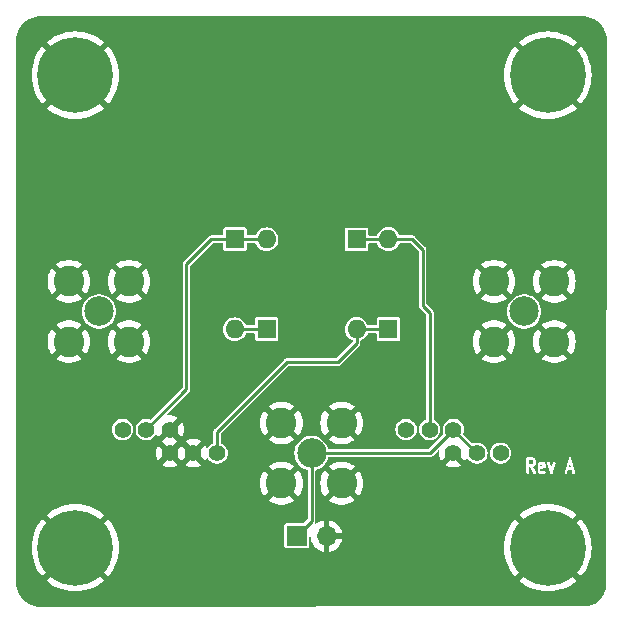
<source format=gtl>
%TF.GenerationSoftware,KiCad,Pcbnew,7.0.10-7.0.10~ubuntu22.04.1*%
%TF.CreationDate,2024-01-03T18:17:20-08:00*%
%TF.ProjectId,YamhillDiodeRingMixer,59616d68-696c-46c4-9469-6f646552696e,A*%
%TF.SameCoordinates,Original*%
%TF.FileFunction,Copper,L1,Top*%
%TF.FilePolarity,Positive*%
%FSLAX46Y46*%
G04 Gerber Fmt 4.6, Leading zero omitted, Abs format (unit mm)*
G04 Created by KiCad (PCBNEW 7.0.10-7.0.10~ubuntu22.04.1) date 2024-01-03 18:17:20*
%MOMM*%
%LPD*%
G01*
G04 APERTURE LIST*
%ADD10C,0.250000*%
%TA.AperFunction,ComponentPad*%
%ADD11C,1.400000*%
%TD*%
%TA.AperFunction,ComponentPad*%
%ADD12R,1.600000X1.600000*%
%TD*%
%TA.AperFunction,ComponentPad*%
%ADD13O,1.600000X1.600000*%
%TD*%
%TA.AperFunction,ComponentPad*%
%ADD14C,2.500000*%
%TD*%
%TA.AperFunction,ComponentPad*%
%ADD15C,2.600000*%
%TD*%
%TA.AperFunction,ComponentPad*%
%ADD16C,0.800000*%
%TD*%
%TA.AperFunction,ComponentPad*%
%ADD17C,6.400000*%
%TD*%
%TA.AperFunction,ComponentPad*%
%ADD18R,1.700000X1.700000*%
%TD*%
%TA.AperFunction,ComponentPad*%
%ADD19O,1.700000X1.700000*%
%TD*%
%TA.AperFunction,ViaPad*%
%ADD20C,0.600000*%
%TD*%
%TA.AperFunction,Conductor*%
%ADD21C,0.250000*%
%TD*%
G04 APERTURE END LIST*
D10*
G36*
X144583949Y-87983316D02*
G01*
X144602629Y-88028149D01*
X144379949Y-88081593D01*
X144379949Y-88036571D01*
X144402138Y-87983316D01*
X144432429Y-87965142D01*
X144553658Y-87965142D01*
X144583949Y-87983316D01*
G37*
G36*
X143696287Y-87593576D02*
G01*
X143718256Y-87619940D01*
X143748996Y-87693714D01*
X143748996Y-87815141D01*
X143718256Y-87888915D01*
X143696287Y-87915279D01*
X143648896Y-87943714D01*
X143427568Y-87943714D01*
X143427568Y-87565142D01*
X143648896Y-87565142D01*
X143696287Y-87593576D01*
G37*
G36*
X146947637Y-88172285D02*
G01*
X146800357Y-88172285D01*
X146873997Y-87907181D01*
X146947637Y-88172285D01*
G37*
G36*
X147503746Y-88936571D02*
G01*
X143006139Y-88936571D01*
X143006139Y-88640142D01*
X143177568Y-88640142D01*
X143197411Y-88707722D01*
X143250641Y-88753846D01*
X143320357Y-88763870D01*
X143384426Y-88734611D01*
X143422505Y-88675359D01*
X143427568Y-88640142D01*
X143427568Y-88193714D01*
X143468867Y-88193714D01*
X143766023Y-88703126D01*
X143817215Y-88751501D01*
X143886435Y-88764521D01*
X143951705Y-88738052D01*
X143992303Y-88680496D01*
X143995340Y-88610129D01*
X143981968Y-88577158D01*
X143918709Y-88468714D01*
X144129949Y-88468714D01*
X144131922Y-88475436D01*
X144130693Y-88482335D01*
X144139564Y-88516791D01*
X144187183Y-88631077D01*
X144200957Y-88648097D01*
X144210663Y-88667727D01*
X144228773Y-88682468D01*
X144231492Y-88685827D01*
X144233863Y-88686610D01*
X144238257Y-88690187D01*
X144333494Y-88747329D01*
X144349057Y-88751383D01*
X144362589Y-88760079D01*
X144397806Y-88765142D01*
X144588282Y-88765142D01*
X144603713Y-88760610D01*
X144619790Y-88761106D01*
X144652593Y-88747329D01*
X144747831Y-88690187D01*
X144795572Y-88638403D01*
X144807736Y-88569028D01*
X144780464Y-88504089D01*
X144722411Y-88464204D01*
X144652012Y-88462036D01*
X144619208Y-88475813D01*
X144553659Y-88515142D01*
X144432428Y-88515142D01*
X144402138Y-88496968D01*
X144379949Y-88443713D01*
X144379949Y-88338691D01*
X144760310Y-88247405D01*
X144786018Y-88232646D01*
X144812997Y-88220326D01*
X144816222Y-88215307D01*
X144821393Y-88212339D01*
X144835041Y-88186023D01*
X144851076Y-88161074D01*
X144852262Y-88152822D01*
X144853822Y-88149815D01*
X144853379Y-88145053D01*
X144856139Y-88125857D01*
X144856139Y-88011571D01*
X144854165Y-88004848D01*
X144855395Y-87997950D01*
X144846524Y-87963494D01*
X144798905Y-87849208D01*
X144791939Y-87840601D01*
X144939473Y-87840601D01*
X144944666Y-87875799D01*
X145182761Y-88675799D01*
X145201714Y-88705053D01*
X145220364Y-88734309D01*
X145220796Y-88734508D01*
X145221057Y-88734910D01*
X145252708Y-88749224D01*
X145284324Y-88763804D01*
X145284798Y-88763737D01*
X145285233Y-88763934D01*
X145319619Y-88758861D01*
X145354077Y-88754036D01*
X145354438Y-88753724D01*
X145354912Y-88753655D01*
X145381156Y-88730745D01*
X145407476Y-88708108D01*
X145407736Y-88707542D01*
X145407973Y-88707336D01*
X145408211Y-88706513D01*
X145422375Y-88675799D01*
X145442944Y-88606687D01*
X146420224Y-88606687D01*
X146421256Y-88677112D01*
X146460199Y-88735800D01*
X146524689Y-88764117D01*
X146594252Y-88753073D01*
X146646800Y-88706175D01*
X146661104Y-88673597D01*
X146730913Y-88422285D01*
X147017081Y-88422285D01*
X147086890Y-88673597D01*
X147124097Y-88733401D01*
X147187730Y-88763596D01*
X147257585Y-88754595D01*
X147311486Y-88709256D01*
X147332317Y-88641974D01*
X147327770Y-88606687D01*
X146994437Y-87406687D01*
X146993432Y-87405073D01*
X146993405Y-87403172D01*
X146974899Y-87375284D01*
X146957230Y-87346883D01*
X146955513Y-87346068D01*
X146954462Y-87344484D01*
X146923820Y-87331029D01*
X146893597Y-87316688D01*
X146891711Y-87316930D01*
X146889972Y-87316167D01*
X146856936Y-87321411D01*
X146823742Y-87325689D01*
X146822287Y-87326912D01*
X146820409Y-87327211D01*
X146795439Y-87349495D01*
X146769841Y-87371028D01*
X146769278Y-87372843D01*
X146767861Y-87374109D01*
X146753557Y-87406687D01*
X146420224Y-88606687D01*
X145442944Y-88606687D01*
X145660469Y-87875799D01*
X145660728Y-87805366D01*
X145622867Y-87745975D01*
X145558907Y-87716480D01*
X145489154Y-87726248D01*
X145435755Y-87772176D01*
X145420856Y-87804485D01*
X145302567Y-88201933D01*
X145184280Y-87804485D01*
X145145984Y-87745373D01*
X145081808Y-87716350D01*
X145012129Y-87726629D01*
X144959068Y-87772948D01*
X144939473Y-87840601D01*
X144791939Y-87840601D01*
X144785131Y-87832188D01*
X144775426Y-87812559D01*
X144757312Y-87797815D01*
X144754596Y-87794459D01*
X144752226Y-87793675D01*
X144747832Y-87790099D01*
X144652594Y-87732955D01*
X144637029Y-87728900D01*
X144623499Y-87720205D01*
X144588282Y-87715142D01*
X144397806Y-87715142D01*
X144382374Y-87719672D01*
X144366297Y-87719178D01*
X144333494Y-87732955D01*
X144238256Y-87790098D01*
X144223415Y-87806195D01*
X144205402Y-87818647D01*
X144193441Y-87838709D01*
X144190516Y-87841883D01*
X144190085Y-87844339D01*
X144187183Y-87849208D01*
X144139564Y-87963494D01*
X144138800Y-87970459D01*
X144135012Y-87976354D01*
X144129949Y-88011571D01*
X144129949Y-88468714D01*
X143918709Y-88468714D01*
X143747883Y-88175870D01*
X143843070Y-88118757D01*
X143845262Y-88116378D01*
X143848351Y-88115407D01*
X143874786Y-88091594D01*
X143922405Y-88034451D01*
X143922776Y-88033595D01*
X143923543Y-88033065D01*
X143941762Y-88002505D01*
X143989381Y-87888219D01*
X143990144Y-87881253D01*
X143993933Y-87875359D01*
X143998996Y-87840142D01*
X143998996Y-87668714D01*
X143997022Y-87661991D01*
X143998252Y-87655093D01*
X143989381Y-87620637D01*
X143941762Y-87506351D01*
X143941174Y-87505625D01*
X143941060Y-87504701D01*
X143922405Y-87474405D01*
X143874786Y-87417262D01*
X143872098Y-87415460D01*
X143870664Y-87412559D01*
X143843070Y-87390099D01*
X143747832Y-87332955D01*
X143732267Y-87328900D01*
X143718737Y-87320205D01*
X143683520Y-87315142D01*
X143302568Y-87315142D01*
X143293812Y-87317712D01*
X143284779Y-87316414D01*
X143260546Y-87327480D01*
X143234988Y-87334985D01*
X143229012Y-87341881D01*
X143220710Y-87345673D01*
X143206306Y-87368085D01*
X143188864Y-87388215D01*
X143187565Y-87397247D01*
X143182631Y-87404925D01*
X143177568Y-87440142D01*
X143177568Y-88640142D01*
X143006139Y-88640142D01*
X143006139Y-87143713D01*
X147503746Y-87143713D01*
X147503746Y-88936571D01*
G37*
D11*
%TO.P,T2,6,4*%
%TO.N,Net-(D1-Pad2)*%
X141000000Y-87000000D03*
%TO.P,T2,5,3*%
%TO.N,Net-(J3-In)*%
X137000000Y-85000000D03*
%TO.P,T2,4,4*%
X139000000Y-87000000D03*
%TO.P,T2,3,3*%
%TO.N,Net-(D2-Pad1)*%
X135000000Y-85000000D03*
%TO.P,T2,2,2*%
%TO.N,GND*%
X137000000Y-87000000D03*
%TO.P,T2,1,1*%
%TO.N,Net-(J2-In)*%
X133000000Y-85000000D03*
%TD*%
%TO.P,T1,6,4*%
%TO.N,Net-(D3-Pad1)*%
X117000000Y-87000000D03*
%TO.P,T1,5,3*%
%TO.N,GND*%
X113000000Y-85000000D03*
%TO.P,T1,4,4*%
X115000000Y-87000000D03*
%TO.P,T1,3,3*%
%TO.N,Net-(D1-Pad1)*%
X111000000Y-85000000D03*
%TO.P,T1,2,2*%
%TO.N,GND*%
X113000000Y-87000000D03*
%TO.P,T1,1,1*%
%TO.N,Net-(J1-In)*%
X109000000Y-85000000D03*
%TD*%
D12*
%TO.P,D3,1*%
%TO.N,Net-(D3-Pad1)*%
X131500000Y-76500000D03*
D13*
%TO.P,D3,2*%
%TO.N,Net-(D2-Pad1)*%
X131500000Y-68880000D03*
%TD*%
D12*
%TO.P,D2,1*%
%TO.N,Net-(D2-Pad1)*%
X128810000Y-68900000D03*
D13*
%TO.P,D2,2*%
%TO.N,Net-(D1-Pad1)*%
X121190000Y-68900000D03*
%TD*%
D14*
%TO.P,J1,1,In*%
%TO.N,Net-(J1-In)*%
X107000000Y-75000000D03*
D15*
%TO.P,J1,2,Ext*%
%TO.N,GND*%
X104450000Y-72450000D03*
X104450000Y-77550000D03*
X109550000Y-72450000D03*
X109550000Y-77550000D03*
%TD*%
D16*
%TO.P,H1,1,1*%
%TO.N,GND*%
X102600000Y-55000000D03*
X103302944Y-53302944D03*
X103302944Y-56697056D03*
X105000000Y-52600000D03*
D17*
X105000000Y-55000000D03*
D16*
X105000000Y-57400000D03*
X106697056Y-53302944D03*
X106697056Y-56697056D03*
X107400000Y-55000000D03*
%TD*%
D12*
%TO.P,D4,1*%
%TO.N,Net-(D1-Pad2)*%
X121190000Y-76500000D03*
D13*
%TO.P,D4,2*%
%TO.N,Net-(D3-Pad1)*%
X128810000Y-76500000D03*
%TD*%
D16*
%TO.P,H2,1,1*%
%TO.N,GND*%
X142600000Y-55000000D03*
X143302944Y-53302944D03*
X143302944Y-56697056D03*
X145000000Y-52600000D03*
D17*
X145000000Y-55000000D03*
D16*
X145000000Y-57400000D03*
X146697056Y-53302944D03*
X146697056Y-56697056D03*
X147400000Y-55000000D03*
%TD*%
D14*
%TO.P,J2,1,In*%
%TO.N,Net-(J2-In)*%
X143000000Y-75000000D03*
D15*
%TO.P,J2,2,Ext*%
%TO.N,GND*%
X140450000Y-72450000D03*
X140450000Y-77550000D03*
X145550000Y-72450000D03*
X145550000Y-77550000D03*
%TD*%
D16*
%TO.P,H4,1,1*%
%TO.N,GND*%
X142600000Y-95000000D03*
X143302944Y-93302944D03*
X143302944Y-96697056D03*
X145000000Y-92600000D03*
D17*
X145000000Y-95000000D03*
D16*
X145000000Y-97400000D03*
X146697056Y-93302944D03*
X146697056Y-96697056D03*
X147400000Y-95000000D03*
%TD*%
%TO.P,H3,1,1*%
%TO.N,GND*%
X102600000Y-95000000D03*
X103302944Y-93302944D03*
X103302944Y-96697056D03*
X105000000Y-92600000D03*
D17*
X105000000Y-95000000D03*
D16*
X105000000Y-97400000D03*
X106697056Y-93302944D03*
X106697056Y-96697056D03*
X107400000Y-95000000D03*
%TD*%
D12*
%TO.P,D1,1*%
%TO.N,Net-(D1-Pad1)*%
X118500000Y-68890000D03*
D13*
%TO.P,D1,2*%
%TO.N,Net-(D1-Pad2)*%
X118500000Y-76510000D03*
%TD*%
D18*
%TO.P,J4,1,Pin_1*%
%TO.N,Net-(J3-In)*%
X123725000Y-94000000D03*
D19*
%TO.P,J4,2,Pin_2*%
%TO.N,GND*%
X126265000Y-94000000D03*
%TD*%
D14*
%TO.P,J3,1,In*%
%TO.N,Net-(J3-In)*%
X125000000Y-87000000D03*
D15*
%TO.P,J3,2,Ext*%
%TO.N,GND*%
X122450000Y-84450000D03*
X122450000Y-89550000D03*
X127550000Y-84450000D03*
X127550000Y-89550000D03*
%TD*%
D20*
%TO.N,GND*%
X122000000Y-51000000D03*
X101000000Y-82000000D03*
X149000000Y-82000000D03*
X149000000Y-97000000D03*
X147000000Y-51000000D03*
X149000000Y-72000000D03*
X149000000Y-62000000D03*
X117000000Y-99000000D03*
X142000000Y-51000000D03*
X149000000Y-77000000D03*
X149000000Y-57000000D03*
X101000000Y-87000000D03*
X149000000Y-52000000D03*
X132000000Y-51000000D03*
X101000000Y-52000000D03*
X107000000Y-51000000D03*
X101000000Y-97000000D03*
X149000000Y-67000000D03*
X107000000Y-99000000D03*
X101000000Y-67000000D03*
X149000000Y-87000000D03*
X102000000Y-51000000D03*
X122000000Y-99000000D03*
X101000000Y-77000000D03*
X112000000Y-51000000D03*
X142000000Y-99000000D03*
X127000000Y-99000000D03*
X127000000Y-51000000D03*
X137000000Y-99000000D03*
X101000000Y-62000000D03*
X137000000Y-51000000D03*
X101000000Y-57000000D03*
X112000000Y-99000000D03*
X147000000Y-99000000D03*
X102000000Y-99000000D03*
X101000000Y-72000000D03*
X117000000Y-51000000D03*
X101000000Y-92000000D03*
X132000000Y-99000000D03*
X149000000Y-92000000D03*
%TD*%
D21*
%TO.N,Net-(J3-In)*%
X125000000Y-87000000D02*
X135000000Y-87000000D01*
X135000000Y-87000000D02*
X137000000Y-85000000D01*
X139000000Y-87000000D02*
X137000000Y-85000000D01*
%TO.N,Net-(D2-Pad1)*%
X135000000Y-85000000D02*
X135000000Y-75112500D01*
X135000000Y-75112500D02*
X134400000Y-74512500D01*
%TO.N,Net-(D3-Pad1)*%
X117000000Y-87000000D02*
X117000000Y-85200000D01*
X117000000Y-85200000D02*
X122900000Y-79300000D01*
%TO.N,Net-(D1-Pad1)*%
X111000000Y-85000000D02*
X114400000Y-81600000D01*
X114400000Y-81600000D02*
X114400000Y-71000000D01*
X114400000Y-71000000D02*
X116510000Y-68890000D01*
X118500000Y-68890000D02*
X121180000Y-68890000D01*
X121180000Y-68890000D02*
X121190000Y-68900000D01*
X116510000Y-68890000D02*
X118500000Y-68890000D01*
%TO.N,Net-(D1-Pad2)*%
X118510000Y-76500000D02*
X118500000Y-76510000D01*
X121190000Y-76500000D02*
X118510000Y-76500000D01*
%TO.N,Net-(D2-Pad1)*%
X134400000Y-69800000D02*
X133480000Y-68880000D01*
X133480000Y-68880000D02*
X131500000Y-68880000D01*
X128810000Y-68900000D02*
X131480000Y-68900000D01*
X131480000Y-68900000D02*
X131500000Y-68880000D01*
X134400000Y-74512500D02*
X134400000Y-69800000D01*
%TO.N,Net-(D3-Pad1)*%
X127200000Y-79300000D02*
X128810000Y-77690000D01*
X131500000Y-76500000D02*
X128810000Y-76500000D01*
X128810000Y-77690000D02*
X128810000Y-76500000D01*
X122900000Y-79300000D02*
X127200000Y-79300000D01*
%TO.N,Net-(J2-In)*%
X142400000Y-75600000D02*
X143000000Y-75000000D01*
%TO.N,Net-(J3-In)*%
X125000000Y-92725000D02*
X125000000Y-87000000D01*
X123725000Y-94000000D02*
X125000000Y-92725000D01*
%TD*%
%TA.AperFunction,Conductor*%
%TO.N,GND*%
G36*
X106856420Y-96502867D02*
G01*
X106794601Y-96461561D01*
X106721680Y-96447056D01*
X106672432Y-96447056D01*
X106599511Y-96461561D01*
X106516816Y-96516816D01*
X106461561Y-96599511D01*
X106442158Y-96697056D01*
X106461561Y-96794601D01*
X106502867Y-96856420D01*
X105944180Y-96297733D01*
X106134870Y-96134870D01*
X106297733Y-95944180D01*
X106856420Y-96502867D01*
G37*
%TD.AperFunction*%
%TA.AperFunction,Conductor*%
G36*
X103865130Y-96134870D02*
G01*
X104055819Y-96297733D01*
X103497135Y-96856416D01*
X103538439Y-96794601D01*
X103557842Y-96697056D01*
X103538439Y-96599511D01*
X103483184Y-96516816D01*
X103400489Y-96461561D01*
X103327568Y-96447056D01*
X103278320Y-96447056D01*
X103205399Y-96461561D01*
X103143573Y-96502871D01*
X103702265Y-95944179D01*
X103865130Y-96134870D01*
G37*
%TD.AperFunction*%
%TA.AperFunction,Conductor*%
G36*
X104055819Y-93702266D02*
G01*
X103865130Y-93865130D01*
X103702266Y-94055819D01*
X103143579Y-93497132D01*
X103205399Y-93538439D01*
X103278320Y-93552944D01*
X103327568Y-93552944D01*
X103400489Y-93538439D01*
X103483184Y-93483184D01*
X103538439Y-93400489D01*
X103557842Y-93302944D01*
X103538439Y-93205399D01*
X103497132Y-93143579D01*
X104055819Y-93702266D01*
G37*
%TD.AperFunction*%
%TA.AperFunction,Conductor*%
G36*
X106461561Y-93205399D02*
G01*
X106442158Y-93302944D01*
X106461561Y-93400489D01*
X106516816Y-93483184D01*
X106599511Y-93538439D01*
X106672432Y-93552944D01*
X106721680Y-93552944D01*
X106794601Y-93538439D01*
X106856415Y-93497135D01*
X106297732Y-94055818D01*
X106134870Y-93865130D01*
X105944179Y-93702265D01*
X106502871Y-93143573D01*
X106461561Y-93205399D01*
G37*
%TD.AperFunction*%
%TA.AperFunction,Conductor*%
G36*
X146856420Y-96502867D02*
G01*
X146794601Y-96461561D01*
X146721680Y-96447056D01*
X146672432Y-96447056D01*
X146599511Y-96461561D01*
X146516816Y-96516816D01*
X146461561Y-96599511D01*
X146442158Y-96697056D01*
X146461561Y-96794601D01*
X146502867Y-96856420D01*
X145944180Y-96297733D01*
X146134870Y-96134870D01*
X146297733Y-95944180D01*
X146856420Y-96502867D01*
G37*
%TD.AperFunction*%
%TA.AperFunction,Conductor*%
G36*
X143865130Y-96134870D02*
G01*
X144055819Y-96297733D01*
X143497135Y-96856416D01*
X143538439Y-96794601D01*
X143557842Y-96697056D01*
X143538439Y-96599511D01*
X143483184Y-96516816D01*
X143400489Y-96461561D01*
X143327568Y-96447056D01*
X143278320Y-96447056D01*
X143205399Y-96461561D01*
X143143573Y-96502871D01*
X143702265Y-95944179D01*
X143865130Y-96134870D01*
G37*
%TD.AperFunction*%
%TA.AperFunction,Conductor*%
G36*
X144055819Y-93702266D02*
G01*
X143865130Y-93865130D01*
X143702266Y-94055819D01*
X143143579Y-93497132D01*
X143205399Y-93538439D01*
X143278320Y-93552944D01*
X143327568Y-93552944D01*
X143400489Y-93538439D01*
X143483184Y-93483184D01*
X143538439Y-93400489D01*
X143557842Y-93302944D01*
X143538439Y-93205399D01*
X143497132Y-93143579D01*
X144055819Y-93702266D01*
G37*
%TD.AperFunction*%
%TA.AperFunction,Conductor*%
G36*
X146461561Y-93205399D02*
G01*
X146442158Y-93302944D01*
X146461561Y-93400489D01*
X146516816Y-93483184D01*
X146599511Y-93538439D01*
X146672432Y-93552944D01*
X146721680Y-93552944D01*
X146794601Y-93538439D01*
X146856415Y-93497135D01*
X146297732Y-94055818D01*
X146134870Y-93865130D01*
X145944179Y-93702265D01*
X146502871Y-93143573D01*
X146461561Y-93205399D01*
G37*
%TD.AperFunction*%
%TA.AperFunction,Conductor*%
G36*
X106856420Y-56502867D02*
G01*
X106794601Y-56461561D01*
X106721680Y-56447056D01*
X106672432Y-56447056D01*
X106599511Y-56461561D01*
X106516816Y-56516816D01*
X106461561Y-56599511D01*
X106442158Y-56697056D01*
X106461561Y-56794601D01*
X106502867Y-56856420D01*
X105944180Y-56297733D01*
X106134870Y-56134870D01*
X106297733Y-55944180D01*
X106856420Y-56502867D01*
G37*
%TD.AperFunction*%
%TA.AperFunction,Conductor*%
G36*
X103865130Y-56134870D02*
G01*
X104055819Y-56297733D01*
X103497135Y-56856416D01*
X103538439Y-56794601D01*
X103557842Y-56697056D01*
X103538439Y-56599511D01*
X103483184Y-56516816D01*
X103400489Y-56461561D01*
X103327568Y-56447056D01*
X103278320Y-56447056D01*
X103205399Y-56461561D01*
X103143573Y-56502871D01*
X103702265Y-55944179D01*
X103865130Y-56134870D01*
G37*
%TD.AperFunction*%
%TA.AperFunction,Conductor*%
G36*
X104055819Y-53702266D02*
G01*
X103865130Y-53865130D01*
X103702266Y-54055819D01*
X103143579Y-53497132D01*
X103205399Y-53538439D01*
X103278320Y-53552944D01*
X103327568Y-53552944D01*
X103400489Y-53538439D01*
X103483184Y-53483184D01*
X103538439Y-53400489D01*
X103557842Y-53302944D01*
X103538439Y-53205399D01*
X103497132Y-53143579D01*
X104055819Y-53702266D01*
G37*
%TD.AperFunction*%
%TA.AperFunction,Conductor*%
G36*
X106461561Y-53205399D02*
G01*
X106442158Y-53302944D01*
X106461561Y-53400489D01*
X106516816Y-53483184D01*
X106599511Y-53538439D01*
X106672432Y-53552944D01*
X106721680Y-53552944D01*
X106794601Y-53538439D01*
X106856415Y-53497135D01*
X106297732Y-54055818D01*
X106134870Y-53865130D01*
X105944179Y-53702265D01*
X106502871Y-53143573D01*
X106461561Y-53205399D01*
G37*
%TD.AperFunction*%
%TA.AperFunction,Conductor*%
G36*
X146856420Y-56502867D02*
G01*
X146794601Y-56461561D01*
X146721680Y-56447056D01*
X146672432Y-56447056D01*
X146599511Y-56461561D01*
X146516816Y-56516816D01*
X146461561Y-56599511D01*
X146442158Y-56697056D01*
X146461561Y-56794601D01*
X146502867Y-56856420D01*
X145944180Y-56297733D01*
X146134870Y-56134870D01*
X146297733Y-55944180D01*
X146856420Y-56502867D01*
G37*
%TD.AperFunction*%
%TA.AperFunction,Conductor*%
G36*
X143865130Y-56134870D02*
G01*
X144055819Y-56297733D01*
X143497135Y-56856416D01*
X143538439Y-56794601D01*
X143557842Y-56697056D01*
X143538439Y-56599511D01*
X143483184Y-56516816D01*
X143400489Y-56461561D01*
X143327568Y-56447056D01*
X143278320Y-56447056D01*
X143205399Y-56461561D01*
X143143573Y-56502871D01*
X143702265Y-55944179D01*
X143865130Y-56134870D01*
G37*
%TD.AperFunction*%
%TA.AperFunction,Conductor*%
G36*
X144055819Y-53702266D02*
G01*
X143865130Y-53865130D01*
X143702266Y-54055819D01*
X143143579Y-53497132D01*
X143205399Y-53538439D01*
X143278320Y-53552944D01*
X143327568Y-53552944D01*
X143400489Y-53538439D01*
X143483184Y-53483184D01*
X143538439Y-53400489D01*
X143557842Y-53302944D01*
X143538439Y-53205399D01*
X143497132Y-53143579D01*
X144055819Y-53702266D01*
G37*
%TD.AperFunction*%
%TA.AperFunction,Conductor*%
G36*
X146461561Y-53205399D02*
G01*
X146442158Y-53302944D01*
X146461561Y-53400489D01*
X146516816Y-53483184D01*
X146599511Y-53538439D01*
X146672432Y-53552944D01*
X146721680Y-53552944D01*
X146794601Y-53538439D01*
X146856415Y-53497135D01*
X146297732Y-54055818D01*
X146134870Y-53865130D01*
X145944179Y-53702265D01*
X146502871Y-53143573D01*
X146461561Y-53205399D01*
G37*
%TD.AperFunction*%
%TA.AperFunction,Conductor*%
G36*
X124666055Y-50000948D02*
G01*
X124887981Y-50001067D01*
X124888183Y-50001067D01*
X124888222Y-50001081D01*
X124888223Y-50001068D01*
X136272024Y-50013226D01*
X148177832Y-50025943D01*
X148185686Y-50026370D01*
X148430663Y-50052841D01*
X148443547Y-50055409D01*
X148681984Y-50125420D01*
X148686985Y-50127085D01*
X148694671Y-50129952D01*
X148699540Y-50131968D01*
X148951239Y-50246914D01*
X148960503Y-50251973D01*
X149191047Y-50400134D01*
X149199500Y-50406462D01*
X149406610Y-50585924D01*
X149414075Y-50593389D01*
X149593537Y-50800499D01*
X149599865Y-50808952D01*
X149748026Y-51039496D01*
X149753086Y-51048762D01*
X149868031Y-51300457D01*
X149870052Y-51305337D01*
X149874513Y-51317297D01*
X149876181Y-51322310D01*
X149943606Y-51551939D01*
X149946180Y-51564880D01*
X149971523Y-51800717D01*
X149971947Y-51808632D01*
X149966958Y-98226211D01*
X149966534Y-98234117D01*
X149954616Y-98344913D01*
X149950332Y-98384755D01*
X149943675Y-98446643D01*
X149941102Y-98459577D01*
X149880306Y-98666630D01*
X149878637Y-98671643D01*
X149870048Y-98694670D01*
X149868027Y-98699550D01*
X149753086Y-98951237D01*
X149748026Y-98960503D01*
X149599865Y-99191047D01*
X149593537Y-99199500D01*
X149414075Y-99406610D01*
X149406610Y-99414075D01*
X149199500Y-99593537D01*
X149191047Y-99599865D01*
X148960503Y-99748026D01*
X148951237Y-99753086D01*
X148699542Y-99868031D01*
X148694661Y-99870052D01*
X148673641Y-99877892D01*
X148668648Y-99879554D01*
X148457480Y-99941558D01*
X148444571Y-99944128D01*
X148227805Y-99967505D01*
X148219920Y-99967932D01*
X102116357Y-99998592D01*
X102113691Y-99998546D01*
X101852439Y-99989302D01*
X101844525Y-99988595D01*
X101587590Y-99951653D01*
X101582391Y-99950715D01*
X101580668Y-99950340D01*
X101578542Y-99949877D01*
X101573430Y-99948572D01*
X101307930Y-99870614D01*
X101298038Y-99866925D01*
X101048763Y-99753086D01*
X101039496Y-99748026D01*
X100808952Y-99599865D01*
X100800499Y-99593537D01*
X100593389Y-99414075D01*
X100585924Y-99406610D01*
X100406462Y-99199500D01*
X100400134Y-99191047D01*
X100251973Y-98960503D01*
X100246913Y-98951236D01*
X100133074Y-98701961D01*
X100129385Y-98692069D01*
X100052175Y-98429116D01*
X100049930Y-98418799D01*
X100045035Y-98384755D01*
X100010742Y-98146234D01*
X100010037Y-98138350D01*
X100005005Y-97997469D01*
X100000547Y-97872635D01*
X100000500Y-97869994D01*
X100000500Y-95000000D01*
X101294922Y-95000000D01*
X101315219Y-95387289D01*
X101315219Y-95387290D01*
X101375885Y-95770322D01*
X101476262Y-96144934D01*
X101615244Y-96506992D01*
X101791307Y-96852537D01*
X102002530Y-97177791D01*
X102211096Y-97435349D01*
X103108759Y-96537685D01*
X103067449Y-96599511D01*
X103048046Y-96697056D01*
X103067449Y-96794601D01*
X103122704Y-96877296D01*
X103205399Y-96932551D01*
X103278320Y-96947056D01*
X103327568Y-96947056D01*
X103400489Y-96932551D01*
X103462304Y-96891247D01*
X102564649Y-97788902D01*
X102564649Y-97788903D01*
X102822208Y-97997469D01*
X103147462Y-98208692D01*
X103493007Y-98384755D01*
X103855065Y-98523737D01*
X104229677Y-98624114D01*
X104612709Y-98684780D01*
X105000000Y-98705077D01*
X105387289Y-98684780D01*
X105387290Y-98684780D01*
X105770322Y-98624114D01*
X106144934Y-98523737D01*
X106506992Y-98384755D01*
X106852537Y-98208692D01*
X107177791Y-97997469D01*
X107435349Y-97788903D01*
X107435349Y-97788902D01*
X106537691Y-96891244D01*
X106599511Y-96932551D01*
X106672432Y-96947056D01*
X106721680Y-96947056D01*
X106794601Y-96932551D01*
X106877296Y-96877296D01*
X106932551Y-96794601D01*
X106951954Y-96697056D01*
X106932551Y-96599511D01*
X106891244Y-96537691D01*
X107788902Y-97435349D01*
X107788903Y-97435349D01*
X107997469Y-97177791D01*
X108208692Y-96852537D01*
X108384755Y-96506992D01*
X108523737Y-96144934D01*
X108624114Y-95770322D01*
X108684780Y-95387290D01*
X108684780Y-95387289D01*
X108705077Y-95000000D01*
X108698251Y-94869746D01*
X122674500Y-94869746D01*
X122686133Y-94928232D01*
X122715608Y-94972343D01*
X122730448Y-94994552D01*
X122774560Y-95024027D01*
X122796767Y-95038866D01*
X122796768Y-95038866D01*
X122796769Y-95038867D01*
X122855252Y-95050500D01*
X122855254Y-95050500D01*
X124594746Y-95050500D01*
X124594748Y-95050500D01*
X124653231Y-95038867D01*
X124719552Y-94994552D01*
X124763867Y-94928231D01*
X124775500Y-94869748D01*
X124775500Y-94159331D01*
X124792813Y-94111765D01*
X124836650Y-94086455D01*
X124886500Y-94095245D01*
X124919037Y-94134022D01*
X124923218Y-94152882D01*
X124930430Y-94235317D01*
X124930431Y-94235325D01*
X124991566Y-94463483D01*
X124991571Y-94463494D01*
X125091401Y-94677579D01*
X125226888Y-94871075D01*
X125393924Y-95038111D01*
X125587420Y-95173598D01*
X125801505Y-95273428D01*
X125801508Y-95273430D01*
X126015000Y-95330634D01*
X126015000Y-94435501D01*
X126122685Y-94484680D01*
X126229237Y-94500000D01*
X126300763Y-94500000D01*
X126407315Y-94484680D01*
X126515000Y-94435501D01*
X126515000Y-95330634D01*
X126728491Y-95273430D01*
X126728494Y-95273428D01*
X126942579Y-95173598D01*
X127136075Y-95038111D01*
X127174186Y-95000000D01*
X141294922Y-95000000D01*
X141315219Y-95387289D01*
X141315219Y-95387290D01*
X141375885Y-95770322D01*
X141476262Y-96144934D01*
X141615244Y-96506992D01*
X141791307Y-96852537D01*
X142002530Y-97177791D01*
X142211096Y-97435349D01*
X143108759Y-96537685D01*
X143067449Y-96599511D01*
X143048046Y-96697056D01*
X143067449Y-96794601D01*
X143122704Y-96877296D01*
X143205399Y-96932551D01*
X143278320Y-96947056D01*
X143327568Y-96947056D01*
X143400489Y-96932551D01*
X143462304Y-96891247D01*
X142564649Y-97788902D01*
X142564649Y-97788903D01*
X142822208Y-97997469D01*
X143147462Y-98208692D01*
X143493007Y-98384755D01*
X143855065Y-98523737D01*
X144229677Y-98624114D01*
X144612709Y-98684780D01*
X145000000Y-98705077D01*
X145387289Y-98684780D01*
X145387290Y-98684780D01*
X145770322Y-98624114D01*
X146144934Y-98523737D01*
X146506992Y-98384755D01*
X146852537Y-98208692D01*
X147177791Y-97997469D01*
X147435349Y-97788903D01*
X147435349Y-97788902D01*
X146537691Y-96891244D01*
X146599511Y-96932551D01*
X146672432Y-96947056D01*
X146721680Y-96947056D01*
X146794601Y-96932551D01*
X146877296Y-96877296D01*
X146932551Y-96794601D01*
X146951954Y-96697056D01*
X146932551Y-96599511D01*
X146891244Y-96537691D01*
X147788902Y-97435349D01*
X147788903Y-97435349D01*
X147997469Y-97177791D01*
X148208692Y-96852537D01*
X148384755Y-96506992D01*
X148523737Y-96144934D01*
X148624114Y-95770322D01*
X148684780Y-95387290D01*
X148684780Y-95387289D01*
X148705077Y-95000000D01*
X148684780Y-94612710D01*
X148684780Y-94612709D01*
X148624114Y-94229677D01*
X148523737Y-93855065D01*
X148384755Y-93493007D01*
X148208692Y-93147462D01*
X147997469Y-92822208D01*
X147788902Y-92564649D01*
X146891247Y-93462303D01*
X146932551Y-93400489D01*
X146951954Y-93302944D01*
X146932551Y-93205399D01*
X146877296Y-93122704D01*
X146794601Y-93067449D01*
X146721680Y-93052944D01*
X146672432Y-93052944D01*
X146599511Y-93067449D01*
X146537685Y-93108759D01*
X147435349Y-92211096D01*
X147435349Y-92211095D01*
X147177791Y-92002530D01*
X146852537Y-91791307D01*
X146506992Y-91615244D01*
X146144934Y-91476262D01*
X145770322Y-91375885D01*
X145387290Y-91315219D01*
X145000000Y-91294922D01*
X144612710Y-91315219D01*
X144612709Y-91315219D01*
X144229677Y-91375885D01*
X143855065Y-91476262D01*
X143493007Y-91615244D01*
X143147462Y-91791307D01*
X142822205Y-92002532D01*
X142822202Y-92002535D01*
X142564649Y-92211095D01*
X142564649Y-92211096D01*
X143462308Y-93108755D01*
X143400489Y-93067449D01*
X143327568Y-93052944D01*
X143278320Y-93052944D01*
X143205399Y-93067449D01*
X143122704Y-93122704D01*
X143067449Y-93205399D01*
X143048046Y-93302944D01*
X143067449Y-93400489D01*
X143108755Y-93462308D01*
X142211096Y-92564649D01*
X142211095Y-92564649D01*
X142002535Y-92822202D01*
X142002532Y-92822205D01*
X141791307Y-93147462D01*
X141615244Y-93493007D01*
X141476262Y-93855065D01*
X141375885Y-94229677D01*
X141315219Y-94612709D01*
X141315219Y-94612710D01*
X141294922Y-95000000D01*
X127174186Y-95000000D01*
X127303111Y-94871075D01*
X127438598Y-94677579D01*
X127538428Y-94463494D01*
X127538433Y-94463483D01*
X127595636Y-94250000D01*
X126698686Y-94250000D01*
X126724493Y-94209844D01*
X126765000Y-94071889D01*
X126765000Y-93928111D01*
X126724493Y-93790156D01*
X126698686Y-93750000D01*
X127595636Y-93750000D01*
X127595636Y-93749999D01*
X127538432Y-93536512D01*
X127438598Y-93322421D01*
X127303109Y-93128921D01*
X127136075Y-92961888D01*
X127136076Y-92961888D01*
X126942579Y-92826401D01*
X126728494Y-92726571D01*
X126728483Y-92726566D01*
X126515000Y-92669363D01*
X126515000Y-93564498D01*
X126407315Y-93515320D01*
X126300763Y-93500000D01*
X126229237Y-93500000D01*
X126122685Y-93515320D01*
X126015000Y-93564498D01*
X126015000Y-92669363D01*
X126014999Y-92669363D01*
X125801512Y-92726567D01*
X125587422Y-92826400D01*
X125412241Y-92949062D01*
X125363347Y-92962162D01*
X125317471Y-92940770D01*
X125296079Y-92894893D01*
X125298319Y-92869291D01*
X125299553Y-92864685D01*
X125299554Y-92864684D01*
X125300796Y-92860045D01*
X125308193Y-92842192D01*
X125310588Y-92838045D01*
X125317525Y-92798695D01*
X125318923Y-92792393D01*
X125322180Y-92780240D01*
X125329263Y-92753807D01*
X125325782Y-92714016D01*
X125325500Y-92707566D01*
X125325500Y-89550001D01*
X125744953Y-89550001D01*
X125765114Y-89819028D01*
X125825144Y-90082043D01*
X125923708Y-90333179D01*
X126058600Y-90566819D01*
X126112294Y-90634149D01*
X126833337Y-89913106D01*
X126920577Y-90051948D01*
X127048052Y-90179423D01*
X127186891Y-90266661D01*
X126464849Y-90988702D01*
X126647476Y-91113216D01*
X126890542Y-91230270D01*
X126890550Y-91230273D01*
X127148331Y-91309789D01*
X127415114Y-91350000D01*
X127684886Y-91350000D01*
X127951668Y-91309789D01*
X128209449Y-91230273D01*
X128209463Y-91230268D01*
X128452521Y-91113217D01*
X128635149Y-90988702D01*
X127913108Y-90266661D01*
X128051948Y-90179423D01*
X128179423Y-90051948D01*
X128266661Y-89913108D01*
X128987703Y-90634150D01*
X128987704Y-90634150D01*
X129041396Y-90566823D01*
X129176291Y-90333179D01*
X129274855Y-90082043D01*
X129334885Y-89819028D01*
X129355047Y-89550001D01*
X129355047Y-89549998D01*
X129334885Y-89280971D01*
X129274855Y-89017956D01*
X129176291Y-88766820D01*
X129041399Y-88533181D01*
X128987703Y-88465848D01*
X128266660Y-89186890D01*
X128179423Y-89048052D01*
X128051948Y-88920577D01*
X127913107Y-88833337D01*
X128635149Y-88111296D01*
X128481998Y-88006879D01*
X136346672Y-88006879D01*
X136462817Y-88078795D01*
X136462827Y-88078799D01*
X136670194Y-88159134D01*
X136888800Y-88199999D01*
X136888806Y-88200000D01*
X137111194Y-88200000D01*
X137111199Y-88199999D01*
X137329805Y-88159134D01*
X137537177Y-88078797D01*
X137653326Y-88006879D01*
X137000000Y-87353553D01*
X136346672Y-88006879D01*
X128481998Y-88006879D01*
X128452521Y-87986782D01*
X128209463Y-87869731D01*
X128209449Y-87869726D01*
X127951668Y-87790210D01*
X127684886Y-87750000D01*
X127415114Y-87750000D01*
X127148331Y-87790210D01*
X126890550Y-87869726D01*
X126890542Y-87869729D01*
X126647471Y-87986786D01*
X126464849Y-88111296D01*
X127186891Y-88833338D01*
X127048052Y-88920577D01*
X126920577Y-89048052D01*
X126833338Y-89186891D01*
X126112294Y-88465848D01*
X126112293Y-88465848D01*
X126058602Y-88533177D01*
X126058596Y-88533186D01*
X125923708Y-88766820D01*
X125825144Y-89017956D01*
X125765114Y-89280971D01*
X125744953Y-89549998D01*
X125744953Y-89550001D01*
X125325500Y-89550001D01*
X125325500Y-88474684D01*
X125342813Y-88427118D01*
X125375469Y-88404695D01*
X125584656Y-88332882D01*
X125796067Y-88218472D01*
X125985764Y-88070825D01*
X126148571Y-87893969D01*
X126280049Y-87692728D01*
X126376610Y-87472591D01*
X126399719Y-87381333D01*
X126428179Y-87339473D01*
X126471455Y-87325500D01*
X134982559Y-87325500D01*
X134989008Y-87325781D01*
X135000916Y-87326823D01*
X135028805Y-87329264D01*
X135028805Y-87329263D01*
X135028807Y-87329264D01*
X135067413Y-87318918D01*
X135073703Y-87317524D01*
X135113045Y-87310588D01*
X135117194Y-87308191D01*
X135135055Y-87300794D01*
X135139684Y-87299554D01*
X135172410Y-87276638D01*
X135177844Y-87273175D01*
X135212455Y-87253194D01*
X135238150Y-87222570D01*
X135242490Y-87217834D01*
X135684106Y-86776218D01*
X135729979Y-86754828D01*
X135778874Y-86767929D01*
X135807907Y-86809393D01*
X135810113Y-86835374D01*
X135794859Y-86999996D01*
X135794859Y-87000003D01*
X135815377Y-87221432D01*
X135815379Y-87221445D01*
X135876237Y-87435342D01*
X135876239Y-87435346D01*
X135975368Y-87634426D01*
X135975370Y-87634429D01*
X135991137Y-87655307D01*
X136649012Y-86997431D01*
X136646372Y-87029302D01*
X136675047Y-87142538D01*
X136738936Y-87240327D01*
X136831115Y-87312072D01*
X136941595Y-87350000D01*
X137029005Y-87350000D01*
X137115216Y-87335614D01*
X137217947Y-87280019D01*
X137297060Y-87194079D01*
X137343982Y-87087108D01*
X137351380Y-86997827D01*
X138008860Y-87655307D01*
X138024634Y-87634421D01*
X138024635Y-87634419D01*
X138102983Y-87477073D01*
X138139682Y-87442210D01*
X138190205Y-87439093D01*
X138230911Y-87469181D01*
X138233311Y-87473057D01*
X138267464Y-87532212D01*
X138267465Y-87532213D01*
X138267467Y-87532216D01*
X138370321Y-87646447D01*
X138394131Y-87672890D01*
X138547266Y-87784149D01*
X138547271Y-87784152D01*
X138691682Y-87848448D01*
X138720197Y-87861144D01*
X138905354Y-87900500D01*
X138905355Y-87900500D01*
X139094645Y-87900500D01*
X139094646Y-87900500D01*
X139279803Y-87861144D01*
X139424215Y-87796846D01*
X139452728Y-87784152D01*
X139452733Y-87784149D01*
X139605868Y-87672890D01*
X139605867Y-87672890D01*
X139605871Y-87672888D01*
X139732533Y-87532216D01*
X139732536Y-87532212D01*
X139768926Y-87469181D01*
X139827179Y-87368284D01*
X139885674Y-87188256D01*
X139905460Y-87000000D01*
X140094540Y-87000000D01*
X140110147Y-87148498D01*
X140114327Y-87188261D01*
X140172819Y-87368280D01*
X140172820Y-87368282D01*
X140172821Y-87368284D01*
X140191383Y-87400435D01*
X140267464Y-87532213D01*
X140267467Y-87532216D01*
X140370321Y-87646447D01*
X140394131Y-87672890D01*
X140547266Y-87784149D01*
X140547271Y-87784152D01*
X140691682Y-87848448D01*
X140720197Y-87861144D01*
X140905354Y-87900500D01*
X140905355Y-87900500D01*
X141094645Y-87900500D01*
X141094646Y-87900500D01*
X141279803Y-87861144D01*
X141424215Y-87796846D01*
X141452728Y-87784152D01*
X141452733Y-87784149D01*
X141605868Y-87672890D01*
X141605867Y-87672890D01*
X141605871Y-87672888D01*
X141732533Y-87532216D01*
X141732536Y-87532212D01*
X141768926Y-87469181D01*
X141827179Y-87368284D01*
X141885674Y-87188256D01*
X141889853Y-87148498D01*
X143012188Y-87148498D01*
X143012188Y-88931786D01*
X147499022Y-88931786D01*
X147499022Y-87148498D01*
X143012188Y-87148498D01*
X141889853Y-87148498D01*
X141905460Y-87000000D01*
X141885674Y-86811744D01*
X141827179Y-86631716D01*
X141783255Y-86555637D01*
X141732535Y-86467786D01*
X141732532Y-86467783D01*
X141640505Y-86365577D01*
X141605871Y-86327112D01*
X141605870Y-86327111D01*
X141605868Y-86327109D01*
X141452733Y-86215850D01*
X141452728Y-86215847D01*
X141279804Y-86138856D01*
X141279802Y-86138855D01*
X141134001Y-86107865D01*
X141094646Y-86099500D01*
X140905354Y-86099500D01*
X140874628Y-86106031D01*
X140720197Y-86138855D01*
X140720195Y-86138856D01*
X140547271Y-86215847D01*
X140547266Y-86215850D01*
X140394131Y-86327109D01*
X140267467Y-86467783D01*
X140267464Y-86467786D01*
X140172819Y-86631719D01*
X140114327Y-86811738D01*
X140114326Y-86811742D01*
X140114326Y-86811744D01*
X140094540Y-87000000D01*
X139905460Y-87000000D01*
X139885674Y-86811744D01*
X139827179Y-86631716D01*
X139783255Y-86555637D01*
X139732535Y-86467786D01*
X139732532Y-86467783D01*
X139640505Y-86365577D01*
X139605871Y-86327112D01*
X139605870Y-86327111D01*
X139605868Y-86327109D01*
X139452733Y-86215850D01*
X139452728Y-86215847D01*
X139279804Y-86138856D01*
X139279802Y-86138855D01*
X139134001Y-86107865D01*
X139094646Y-86099500D01*
X138905354Y-86099500D01*
X138874628Y-86106031D01*
X138720197Y-86138855D01*
X138720191Y-86138857D01*
X138682924Y-86155450D01*
X138632429Y-86158981D01*
X138600500Y-86140174D01*
X137859594Y-85399268D01*
X137838202Y-85353392D01*
X137841541Y-85324078D01*
X137885674Y-85188256D01*
X137905460Y-85000000D01*
X137885674Y-84811744D01*
X137827179Y-84631716D01*
X137783255Y-84555637D01*
X137732535Y-84467786D01*
X137732532Y-84467783D01*
X137716518Y-84449998D01*
X137605871Y-84327112D01*
X137605870Y-84327111D01*
X137605868Y-84327109D01*
X137452733Y-84215850D01*
X137452728Y-84215847D01*
X137279804Y-84138856D01*
X137279802Y-84138855D01*
X137100277Y-84100697D01*
X137094646Y-84099500D01*
X136905354Y-84099500D01*
X136899723Y-84100697D01*
X136720197Y-84138855D01*
X136720195Y-84138856D01*
X136547271Y-84215847D01*
X136547266Y-84215850D01*
X136394131Y-84327109D01*
X136267467Y-84467783D01*
X136267464Y-84467786D01*
X136172819Y-84631719D01*
X136114327Y-84811738D01*
X136114326Y-84811742D01*
X136114326Y-84811744D01*
X136094540Y-85000000D01*
X136112968Y-85175336D01*
X136114327Y-85188261D01*
X136158456Y-85324075D01*
X136156690Y-85374663D01*
X136140404Y-85399268D01*
X134886848Y-86652826D01*
X134840972Y-86674218D01*
X134834522Y-86674500D01*
X126471455Y-86674500D01*
X126423889Y-86657187D01*
X126399719Y-86618666D01*
X126386041Y-86564653D01*
X126376610Y-86527409D01*
X126280049Y-86307272D01*
X126148571Y-86106031D01*
X125985764Y-85929175D01*
X125799437Y-85784151D01*
X125796071Y-85781531D01*
X125796070Y-85781530D01*
X125796067Y-85781528D01*
X125595322Y-85672890D01*
X125584655Y-85667117D01*
X125357295Y-85589065D01*
X125120194Y-85549500D01*
X125120192Y-85549500D01*
X124879808Y-85549500D01*
X124879805Y-85549500D01*
X124642704Y-85589065D01*
X124415344Y-85667117D01*
X124203940Y-85781524D01*
X124203928Y-85781531D01*
X124014234Y-85929176D01*
X123851427Y-86106033D01*
X123719951Y-86307271D01*
X123623392Y-86527402D01*
X123564378Y-86760442D01*
X123564378Y-86760443D01*
X123544529Y-86999996D01*
X123544529Y-87000003D01*
X123564378Y-87239556D01*
X123564378Y-87239557D01*
X123584122Y-87317524D01*
X123622526Y-87469181D01*
X123623392Y-87472597D01*
X123719951Y-87692728D01*
X123783639Y-87790210D01*
X123851429Y-87893969D01*
X124014236Y-88070825D01*
X124203933Y-88218472D01*
X124415344Y-88332882D01*
X124624529Y-88404695D01*
X124663895Y-88436512D01*
X124674500Y-88474684D01*
X124674500Y-92559521D01*
X124657187Y-92607087D01*
X124652826Y-92611847D01*
X124336847Y-92927826D01*
X124290971Y-92949218D01*
X124284521Y-92949500D01*
X122855252Y-92949500D01*
X122826010Y-92955316D01*
X122796767Y-92961133D01*
X122730449Y-93005447D01*
X122730447Y-93005449D01*
X122686133Y-93071767D01*
X122686133Y-93071769D01*
X122676002Y-93122704D01*
X122674500Y-93130253D01*
X122674500Y-94869746D01*
X108698251Y-94869746D01*
X108684780Y-94612710D01*
X108684780Y-94612709D01*
X108624114Y-94229677D01*
X108523737Y-93855065D01*
X108384755Y-93493007D01*
X108208692Y-93147462D01*
X107997469Y-92822208D01*
X107788902Y-92564649D01*
X106891247Y-93462303D01*
X106932551Y-93400489D01*
X106951954Y-93302944D01*
X106932551Y-93205399D01*
X106877296Y-93122704D01*
X106794601Y-93067449D01*
X106721680Y-93052944D01*
X106672432Y-93052944D01*
X106599511Y-93067449D01*
X106537685Y-93108759D01*
X107435349Y-92211096D01*
X107435349Y-92211095D01*
X107177791Y-92002530D01*
X106852537Y-91791307D01*
X106506992Y-91615244D01*
X106144934Y-91476262D01*
X105770322Y-91375885D01*
X105387290Y-91315219D01*
X105000000Y-91294922D01*
X104612710Y-91315219D01*
X104612709Y-91315219D01*
X104229677Y-91375885D01*
X103855065Y-91476262D01*
X103493007Y-91615244D01*
X103147462Y-91791307D01*
X102822205Y-92002532D01*
X102822202Y-92002535D01*
X102564649Y-92211095D01*
X102564649Y-92211096D01*
X103462308Y-93108755D01*
X103400489Y-93067449D01*
X103327568Y-93052944D01*
X103278320Y-93052944D01*
X103205399Y-93067449D01*
X103122704Y-93122704D01*
X103067449Y-93205399D01*
X103048046Y-93302944D01*
X103067449Y-93400489D01*
X103108755Y-93462308D01*
X102211096Y-92564649D01*
X102211095Y-92564649D01*
X102002535Y-92822202D01*
X102002532Y-92822205D01*
X101791307Y-93147462D01*
X101615244Y-93493007D01*
X101476262Y-93855065D01*
X101375885Y-94229677D01*
X101315219Y-94612709D01*
X101315219Y-94612710D01*
X101294922Y-95000000D01*
X100000500Y-95000000D01*
X100000500Y-89550001D01*
X120644953Y-89550001D01*
X120665114Y-89819028D01*
X120725144Y-90082043D01*
X120823708Y-90333179D01*
X120958600Y-90566819D01*
X121012294Y-90634149D01*
X121733337Y-89913106D01*
X121820577Y-90051948D01*
X121948052Y-90179423D01*
X122086891Y-90266661D01*
X121364849Y-90988702D01*
X121547476Y-91113216D01*
X121790542Y-91230270D01*
X121790550Y-91230273D01*
X122048331Y-91309789D01*
X122315114Y-91350000D01*
X122584886Y-91350000D01*
X122851668Y-91309789D01*
X123109449Y-91230273D01*
X123109463Y-91230268D01*
X123352521Y-91113217D01*
X123535149Y-90988702D01*
X122813108Y-90266661D01*
X122951948Y-90179423D01*
X123079423Y-90051948D01*
X123166661Y-89913108D01*
X123887703Y-90634150D01*
X123887704Y-90634150D01*
X123941396Y-90566823D01*
X124076291Y-90333179D01*
X124174855Y-90082043D01*
X124234885Y-89819028D01*
X124255047Y-89550001D01*
X124255047Y-89549998D01*
X124234885Y-89280971D01*
X124174855Y-89017956D01*
X124076291Y-88766820D01*
X123941399Y-88533181D01*
X123887703Y-88465848D01*
X123166660Y-89186890D01*
X123079423Y-89048052D01*
X122951948Y-88920577D01*
X122813107Y-88833337D01*
X123535150Y-88111296D01*
X123352521Y-87986782D01*
X123109463Y-87869731D01*
X123109449Y-87869726D01*
X122851668Y-87790210D01*
X122584886Y-87750000D01*
X122315114Y-87750000D01*
X122048331Y-87790210D01*
X121790550Y-87869726D01*
X121790542Y-87869729D01*
X121547471Y-87986786D01*
X121364849Y-88111296D01*
X122086891Y-88833338D01*
X121948052Y-88920577D01*
X121820577Y-89048052D01*
X121733338Y-89186891D01*
X121012294Y-88465848D01*
X121012293Y-88465848D01*
X120958602Y-88533177D01*
X120958596Y-88533186D01*
X120823708Y-88766820D01*
X120725144Y-89017956D01*
X120665114Y-89280971D01*
X120644953Y-89549998D01*
X120644953Y-89550001D01*
X100000500Y-89550001D01*
X100000500Y-88006879D01*
X112346672Y-88006879D01*
X112462817Y-88078795D01*
X112462827Y-88078799D01*
X112670194Y-88159134D01*
X112888800Y-88199999D01*
X112888806Y-88200000D01*
X113111194Y-88200000D01*
X113111199Y-88199999D01*
X113329805Y-88159134D01*
X113537177Y-88078797D01*
X113653326Y-88006879D01*
X114346672Y-88006879D01*
X114462817Y-88078795D01*
X114462827Y-88078799D01*
X114670194Y-88159134D01*
X114888800Y-88199999D01*
X114888806Y-88200000D01*
X115111194Y-88200000D01*
X115111199Y-88199999D01*
X115329805Y-88159134D01*
X115537177Y-88078797D01*
X115653326Y-88006879D01*
X115000000Y-87353553D01*
X114346672Y-88006879D01*
X113653326Y-88006879D01*
X113000000Y-87353553D01*
X112346672Y-88006879D01*
X100000500Y-88006879D01*
X100000500Y-87000003D01*
X111794859Y-87000003D01*
X111815377Y-87221432D01*
X111815379Y-87221445D01*
X111876237Y-87435342D01*
X111876239Y-87435346D01*
X111975368Y-87634426D01*
X111975370Y-87634429D01*
X111991137Y-87655307D01*
X112617143Y-87029302D01*
X112646372Y-87029302D01*
X112675047Y-87142538D01*
X112738936Y-87240327D01*
X112831115Y-87312072D01*
X112941595Y-87350000D01*
X113029005Y-87350000D01*
X113115216Y-87335614D01*
X113217947Y-87280019D01*
X113297060Y-87194079D01*
X113343982Y-87087108D01*
X113351200Y-87000000D01*
X113353553Y-87000000D01*
X114000000Y-87646447D01*
X114617145Y-87029302D01*
X114646372Y-87029302D01*
X114675047Y-87142538D01*
X114738936Y-87240327D01*
X114831115Y-87312072D01*
X114941595Y-87350000D01*
X115029005Y-87350000D01*
X115115216Y-87335614D01*
X115217947Y-87280019D01*
X115297060Y-87194079D01*
X115343982Y-87087108D01*
X115351200Y-87000000D01*
X115353553Y-87000000D01*
X116008860Y-87655307D01*
X116024634Y-87634421D01*
X116024635Y-87634419D01*
X116102983Y-87477073D01*
X116139682Y-87442210D01*
X116190205Y-87439093D01*
X116230911Y-87469181D01*
X116233311Y-87473057D01*
X116267464Y-87532212D01*
X116267465Y-87532213D01*
X116267467Y-87532216D01*
X116370321Y-87646447D01*
X116394131Y-87672890D01*
X116547266Y-87784149D01*
X116547271Y-87784152D01*
X116691682Y-87848448D01*
X116720197Y-87861144D01*
X116905354Y-87900500D01*
X116905355Y-87900500D01*
X117094645Y-87900500D01*
X117094646Y-87900500D01*
X117279803Y-87861144D01*
X117424215Y-87796846D01*
X117452728Y-87784152D01*
X117452733Y-87784149D01*
X117605868Y-87672890D01*
X117605867Y-87672890D01*
X117605871Y-87672888D01*
X117732533Y-87532216D01*
X117732536Y-87532212D01*
X117768926Y-87469181D01*
X117827179Y-87368284D01*
X117885674Y-87188256D01*
X117905460Y-87000000D01*
X117885674Y-86811744D01*
X117827179Y-86631716D01*
X117783255Y-86555637D01*
X117732535Y-86467786D01*
X117732532Y-86467783D01*
X117640505Y-86365577D01*
X117605871Y-86327112D01*
X117605870Y-86327111D01*
X117605868Y-86327109D01*
X117452733Y-86215850D01*
X117452728Y-86215847D01*
X117369401Y-86178747D01*
X117332989Y-86143584D01*
X117325500Y-86111145D01*
X117325500Y-85365478D01*
X117342813Y-85317912D01*
X117347174Y-85313152D01*
X118210325Y-84450001D01*
X120644953Y-84450001D01*
X120665114Y-84719028D01*
X120725144Y-84982043D01*
X120823708Y-85233179D01*
X120958600Y-85466819D01*
X121012294Y-85534149D01*
X121733337Y-84813106D01*
X121820577Y-84951948D01*
X121948052Y-85079423D01*
X122086891Y-85166661D01*
X121364849Y-85888702D01*
X121547476Y-86013216D01*
X121790542Y-86130270D01*
X121790550Y-86130273D01*
X122048331Y-86209789D01*
X122315114Y-86250000D01*
X122584886Y-86250000D01*
X122851668Y-86209789D01*
X123109449Y-86130273D01*
X123109463Y-86130268D01*
X123352521Y-86013217D01*
X123535149Y-85888702D01*
X122813108Y-85166661D01*
X122951948Y-85079423D01*
X123079423Y-84951948D01*
X123166661Y-84813108D01*
X123887703Y-85534150D01*
X123887704Y-85534150D01*
X123941396Y-85466823D01*
X124076291Y-85233179D01*
X124174855Y-84982043D01*
X124234885Y-84719028D01*
X124255047Y-84450001D01*
X125744953Y-84450001D01*
X125765114Y-84719028D01*
X125825144Y-84982043D01*
X125923708Y-85233179D01*
X126058600Y-85466819D01*
X126112294Y-85534149D01*
X126833337Y-84813106D01*
X126920577Y-84951948D01*
X127048052Y-85079423D01*
X127186891Y-85166661D01*
X126464849Y-85888702D01*
X126647476Y-86013216D01*
X126890542Y-86130270D01*
X126890550Y-86130273D01*
X127148331Y-86209789D01*
X127415114Y-86250000D01*
X127684886Y-86250000D01*
X127951668Y-86209789D01*
X128209449Y-86130273D01*
X128209463Y-86130268D01*
X128452521Y-86013217D01*
X128635149Y-85888702D01*
X127913108Y-85166661D01*
X128051948Y-85079423D01*
X128179423Y-84951948D01*
X128266661Y-84813108D01*
X128987703Y-85534150D01*
X128987704Y-85534150D01*
X129041396Y-85466823D01*
X129176291Y-85233179D01*
X129267807Y-85000000D01*
X132094540Y-85000000D01*
X132112968Y-85175336D01*
X132114327Y-85188261D01*
X132172819Y-85368280D01*
X132267464Y-85532213D01*
X132267467Y-85532216D01*
X132394131Y-85672890D01*
X132547266Y-85784149D01*
X132547271Y-85784152D01*
X132636461Y-85823862D01*
X132720197Y-85861144D01*
X132905354Y-85900500D01*
X132905355Y-85900500D01*
X133094645Y-85900500D01*
X133094646Y-85900500D01*
X133279803Y-85861144D01*
X133452730Y-85784151D01*
X133605871Y-85672888D01*
X133732533Y-85532216D01*
X133827179Y-85368284D01*
X133885674Y-85188256D01*
X133905460Y-85000000D01*
X133885674Y-84811744D01*
X133827179Y-84631716D01*
X133783255Y-84555637D01*
X133732535Y-84467786D01*
X133732532Y-84467783D01*
X133716518Y-84449998D01*
X133605871Y-84327112D01*
X133605870Y-84327111D01*
X133605868Y-84327109D01*
X133452733Y-84215850D01*
X133452728Y-84215847D01*
X133279804Y-84138856D01*
X133279802Y-84138855D01*
X133100277Y-84100697D01*
X133094646Y-84099500D01*
X132905354Y-84099500D01*
X132899723Y-84100697D01*
X132720197Y-84138855D01*
X132720195Y-84138856D01*
X132547271Y-84215847D01*
X132547266Y-84215850D01*
X132394131Y-84327109D01*
X132267467Y-84467783D01*
X132267464Y-84467786D01*
X132172819Y-84631719D01*
X132114327Y-84811738D01*
X132114326Y-84811742D01*
X132114326Y-84811744D01*
X132094540Y-85000000D01*
X129267807Y-85000000D01*
X129274855Y-84982043D01*
X129334885Y-84719028D01*
X129355047Y-84450001D01*
X129355047Y-84449998D01*
X129334885Y-84180971D01*
X129274855Y-83917956D01*
X129176291Y-83666820D01*
X129041399Y-83433181D01*
X128987703Y-83365848D01*
X128266660Y-84086890D01*
X128179423Y-83948052D01*
X128051948Y-83820577D01*
X127913107Y-83733337D01*
X128635150Y-83011296D01*
X128452521Y-82886782D01*
X128209463Y-82769731D01*
X128209449Y-82769726D01*
X127951668Y-82690210D01*
X127684886Y-82650000D01*
X127415114Y-82650000D01*
X127148331Y-82690210D01*
X126890550Y-82769726D01*
X126890542Y-82769729D01*
X126647471Y-82886786D01*
X126464849Y-83011296D01*
X127186891Y-83733338D01*
X127048052Y-83820577D01*
X126920577Y-83948052D01*
X126833338Y-84086891D01*
X126112294Y-83365848D01*
X126112293Y-83365848D01*
X126058602Y-83433177D01*
X126058596Y-83433186D01*
X125923708Y-83666820D01*
X125825144Y-83917956D01*
X125765114Y-84180971D01*
X125744953Y-84449998D01*
X125744953Y-84450001D01*
X124255047Y-84450001D01*
X124255047Y-84449998D01*
X124234885Y-84180971D01*
X124174855Y-83917956D01*
X124076291Y-83666820D01*
X123941399Y-83433181D01*
X123887703Y-83365848D01*
X123166660Y-84086890D01*
X123079423Y-83948052D01*
X122951948Y-83820577D01*
X122813107Y-83733337D01*
X123535150Y-83011296D01*
X123352521Y-82886782D01*
X123109463Y-82769731D01*
X123109449Y-82769726D01*
X122851668Y-82690210D01*
X122584886Y-82650000D01*
X122315114Y-82650000D01*
X122048331Y-82690210D01*
X121790550Y-82769726D01*
X121790542Y-82769729D01*
X121547471Y-82886786D01*
X121364849Y-83011296D01*
X122086891Y-83733338D01*
X121948052Y-83820577D01*
X121820577Y-83948052D01*
X121733338Y-84086891D01*
X121012294Y-83365848D01*
X121012293Y-83365848D01*
X120958602Y-83433177D01*
X120958596Y-83433186D01*
X120823708Y-83666820D01*
X120725144Y-83917956D01*
X120665114Y-84180971D01*
X120644953Y-84449998D01*
X120644953Y-84450001D01*
X118210325Y-84450001D01*
X123013152Y-79647174D01*
X123059028Y-79625782D01*
X123065478Y-79625500D01*
X127182559Y-79625500D01*
X127189008Y-79625781D01*
X127200916Y-79626823D01*
X127228805Y-79629264D01*
X127228805Y-79629263D01*
X127228807Y-79629264D01*
X127267413Y-79618918D01*
X127273703Y-79617524D01*
X127313045Y-79610588D01*
X127317194Y-79608191D01*
X127335055Y-79600794D01*
X127339684Y-79599554D01*
X127372410Y-79576638D01*
X127377844Y-79573175D01*
X127412455Y-79553194D01*
X127438150Y-79522570D01*
X127442490Y-79517834D01*
X129027841Y-77932483D01*
X129032565Y-77928154D01*
X129063194Y-77902455D01*
X129083175Y-77867844D01*
X129086639Y-77862409D01*
X129109553Y-77829685D01*
X129109554Y-77829684D01*
X129110794Y-77825054D01*
X129118193Y-77807192D01*
X129120588Y-77803045D01*
X129127524Y-77763703D01*
X129128918Y-77757413D01*
X129139264Y-77718807D01*
X129135782Y-77679005D01*
X129135500Y-77672555D01*
X129135500Y-77501662D01*
X129152813Y-77454096D01*
X129188018Y-77430848D01*
X129194727Y-77428814D01*
X129368538Y-77335910D01*
X129520883Y-77210883D01*
X129645910Y-77058538D01*
X129738814Y-76884727D01*
X129740848Y-76878018D01*
X129771222Y-76837527D01*
X129811662Y-76825500D01*
X130425500Y-76825500D01*
X130473066Y-76842813D01*
X130498376Y-76886650D01*
X130499500Y-76899500D01*
X130499500Y-77319746D01*
X130511133Y-77378232D01*
X130540608Y-77422343D01*
X130555448Y-77444552D01*
X130580396Y-77461222D01*
X130621767Y-77488866D01*
X130621768Y-77488866D01*
X130621769Y-77488867D01*
X130680252Y-77500500D01*
X130680254Y-77500500D01*
X132319746Y-77500500D01*
X132319748Y-77500500D01*
X132378231Y-77488867D01*
X132444552Y-77444552D01*
X132488867Y-77378231D01*
X132500500Y-77319748D01*
X132500500Y-75680252D01*
X132488867Y-75621769D01*
X132444552Y-75555448D01*
X132397452Y-75523976D01*
X132378232Y-75511133D01*
X132378233Y-75511133D01*
X132345684Y-75504659D01*
X132319748Y-75499500D01*
X130680252Y-75499500D01*
X130654316Y-75504659D01*
X130621767Y-75511133D01*
X130555449Y-75555447D01*
X130555447Y-75555449D01*
X130511133Y-75621767D01*
X130499500Y-75680253D01*
X130499500Y-76100500D01*
X130482187Y-76148066D01*
X130438350Y-76173376D01*
X130425500Y-76174500D01*
X129811662Y-76174500D01*
X129764096Y-76157187D01*
X129740848Y-76121981D01*
X129738814Y-76115273D01*
X129645910Y-75941462D01*
X129520883Y-75789117D01*
X129368538Y-75664090D01*
X129358597Y-75658776D01*
X129194731Y-75571187D01*
X129006133Y-75513976D01*
X128810000Y-75494659D01*
X128613866Y-75513976D01*
X128425268Y-75571187D01*
X128251463Y-75664089D01*
X128099117Y-75789117D01*
X127974089Y-75941463D01*
X127881187Y-76115268D01*
X127823976Y-76303866D01*
X127804659Y-76500000D01*
X127823976Y-76696133D01*
X127881187Y-76884731D01*
X127952398Y-77017956D01*
X127974090Y-77058538D01*
X128099117Y-77210883D01*
X128251462Y-77335910D01*
X128425269Y-77428812D01*
X128425270Y-77428812D01*
X128425273Y-77428814D01*
X128431981Y-77430848D01*
X128472473Y-77461222D01*
X128484500Y-77501662D01*
X128484500Y-77524522D01*
X128467187Y-77572088D01*
X128462826Y-77576848D01*
X127086848Y-78952826D01*
X127040972Y-78974218D01*
X127034522Y-78974500D01*
X122917441Y-78974500D01*
X122910991Y-78974218D01*
X122908431Y-78973994D01*
X122871194Y-78970735D01*
X122871191Y-78970735D01*
X122832591Y-78981077D01*
X122826296Y-78982473D01*
X122786952Y-78989412D01*
X122786951Y-78989412D01*
X122782790Y-78991815D01*
X122764959Y-78999201D01*
X122760317Y-79000445D01*
X122760312Y-79000447D01*
X122727590Y-79023359D01*
X122722150Y-79026825D01*
X122687548Y-79046804D01*
X122687543Y-79046807D01*
X122661865Y-79077409D01*
X122657505Y-79082167D01*
X116782172Y-84957500D01*
X116777414Y-84961860D01*
X116746807Y-84987542D01*
X116746806Y-84987545D01*
X116726826Y-85022149D01*
X116723359Y-85027590D01*
X116700447Y-85060312D01*
X116700445Y-85060317D01*
X116699201Y-85064959D01*
X116691815Y-85082790D01*
X116689412Y-85086951D01*
X116689412Y-85086952D01*
X116682473Y-85126296D01*
X116681077Y-85132591D01*
X116670735Y-85171192D01*
X116670736Y-85171194D01*
X116674218Y-85210989D01*
X116674500Y-85217440D01*
X116674500Y-86111145D01*
X116657187Y-86158711D01*
X116630599Y-86178747D01*
X116547271Y-86215847D01*
X116547266Y-86215850D01*
X116394131Y-86327109D01*
X116267467Y-86467783D01*
X116233311Y-86526943D01*
X116194534Y-86559479D01*
X116143915Y-86559479D01*
X116105139Y-86526941D01*
X116102983Y-86522926D01*
X116024633Y-86365577D01*
X116024629Y-86365571D01*
X116008861Y-86344690D01*
X115353553Y-86999999D01*
X115353553Y-87000000D01*
X115351200Y-87000000D01*
X115353628Y-86970698D01*
X115324953Y-86857462D01*
X115261064Y-86759673D01*
X115168885Y-86687928D01*
X115058405Y-86650000D01*
X114970995Y-86650000D01*
X114884784Y-86664386D01*
X114782053Y-86719981D01*
X114702940Y-86805921D01*
X114656018Y-86912892D01*
X114646372Y-87029302D01*
X114617145Y-87029302D01*
X114646447Y-87000000D01*
X114000000Y-86353553D01*
X113353553Y-87000000D01*
X113351200Y-87000000D01*
X113353628Y-86970698D01*
X113324953Y-86857462D01*
X113261064Y-86759673D01*
X113168885Y-86687928D01*
X113058405Y-86650000D01*
X112970995Y-86650000D01*
X112884784Y-86664386D01*
X112782053Y-86719981D01*
X112702940Y-86805921D01*
X112656018Y-86912892D01*
X112646372Y-87029302D01*
X112617143Y-87029302D01*
X112646446Y-86999999D01*
X111991137Y-86344691D01*
X111975370Y-86365570D01*
X111975369Y-86365573D01*
X111876239Y-86564653D01*
X111876237Y-86564657D01*
X111815379Y-86778554D01*
X111815377Y-86778567D01*
X111794859Y-86999996D01*
X111794859Y-87000003D01*
X100000500Y-87000003D01*
X100000500Y-86000000D01*
X112353553Y-86000000D01*
X113000000Y-86646447D01*
X113646447Y-86000000D01*
X113639565Y-85993118D01*
X114346671Y-85993118D01*
X114999999Y-86646446D01*
X115653326Y-85993119D01*
X115537182Y-85921205D01*
X115537172Y-85921200D01*
X115329805Y-85840865D01*
X115111199Y-85800000D01*
X114888800Y-85800000D01*
X114670194Y-85840865D01*
X114462827Y-85921200D01*
X114462817Y-85921205D01*
X114346671Y-85993118D01*
X113639565Y-85993118D01*
X113000000Y-85353553D01*
X112353553Y-86000000D01*
X100000500Y-86000000D01*
X100000500Y-85000000D01*
X108094540Y-85000000D01*
X108112968Y-85175336D01*
X108114327Y-85188261D01*
X108172819Y-85368280D01*
X108267464Y-85532213D01*
X108267467Y-85532216D01*
X108394131Y-85672890D01*
X108547266Y-85784149D01*
X108547271Y-85784152D01*
X108636461Y-85823862D01*
X108720197Y-85861144D01*
X108905354Y-85900500D01*
X108905355Y-85900500D01*
X109094645Y-85900500D01*
X109094646Y-85900500D01*
X109279803Y-85861144D01*
X109452730Y-85784151D01*
X109605871Y-85672888D01*
X109732533Y-85532216D01*
X109827179Y-85368284D01*
X109885674Y-85188256D01*
X109905460Y-85000000D01*
X110094540Y-85000000D01*
X110112968Y-85175336D01*
X110114327Y-85188261D01*
X110172819Y-85368280D01*
X110267464Y-85532213D01*
X110267467Y-85532216D01*
X110394131Y-85672890D01*
X110547266Y-85784149D01*
X110547271Y-85784152D01*
X110636461Y-85823862D01*
X110720197Y-85861144D01*
X110905354Y-85900500D01*
X110905355Y-85900500D01*
X111094645Y-85900500D01*
X111094646Y-85900500D01*
X111279803Y-85861144D01*
X111452730Y-85784151D01*
X111605871Y-85672888D01*
X111732533Y-85532216D01*
X111738948Y-85521103D01*
X111766688Y-85473058D01*
X111805464Y-85440520D01*
X111856083Y-85440520D01*
X111894860Y-85473056D01*
X111897016Y-85477072D01*
X111975368Y-85634426D01*
X111975370Y-85634429D01*
X111991137Y-85655307D01*
X112649012Y-84997433D01*
X112646372Y-85029302D01*
X112675047Y-85142538D01*
X112738936Y-85240327D01*
X112831115Y-85312072D01*
X112941595Y-85350000D01*
X113029005Y-85350000D01*
X113115216Y-85335614D01*
X113217947Y-85280019D01*
X113297060Y-85194079D01*
X113343982Y-85087108D01*
X113351200Y-85000000D01*
X113353553Y-85000000D01*
X114008860Y-85655307D01*
X114024633Y-85634422D01*
X114123760Y-85435346D01*
X114123762Y-85435342D01*
X114184620Y-85221445D01*
X114184622Y-85221432D01*
X114205141Y-85000003D01*
X114205141Y-84999996D01*
X114184622Y-84778567D01*
X114184620Y-84778554D01*
X114123762Y-84564657D01*
X114123760Y-84564653D01*
X114024631Y-84365573D01*
X114024629Y-84365571D01*
X114008861Y-84344690D01*
X113353553Y-84999999D01*
X113353553Y-85000000D01*
X113351200Y-85000000D01*
X113353628Y-84970698D01*
X113324953Y-84857462D01*
X113261064Y-84759673D01*
X113168885Y-84687928D01*
X113058405Y-84650000D01*
X112996447Y-84650000D01*
X113000000Y-84646447D01*
X113653326Y-83993119D01*
X113537182Y-83921205D01*
X113537172Y-83921200D01*
X113329805Y-83840865D01*
X113111199Y-83800000D01*
X112888798Y-83800000D01*
X112842693Y-83808619D01*
X112792756Y-83800341D01*
X112759822Y-83761901D01*
X112759303Y-83711284D01*
X112776766Y-83683558D01*
X114617841Y-81842483D01*
X114622565Y-81838154D01*
X114653194Y-81812455D01*
X114673175Y-81777844D01*
X114676639Y-81772409D01*
X114699553Y-81739685D01*
X114699554Y-81739684D01*
X114700794Y-81735054D01*
X114708193Y-81717192D01*
X114710588Y-81713045D01*
X114717525Y-81673695D01*
X114718923Y-81667393D01*
X114729263Y-81628807D01*
X114725782Y-81589016D01*
X114725500Y-81582566D01*
X114725500Y-76510000D01*
X117494659Y-76510000D01*
X117513976Y-76706133D01*
X117571187Y-76894731D01*
X117637053Y-77017956D01*
X117664090Y-77068538D01*
X117789117Y-77220883D01*
X117941462Y-77345910D01*
X117988135Y-77370857D01*
X118115268Y-77438812D01*
X118115270Y-77438812D01*
X118115273Y-77438814D01*
X118303868Y-77496024D01*
X118500000Y-77515341D01*
X118696132Y-77496024D01*
X118884727Y-77438814D01*
X119058538Y-77345910D01*
X119210883Y-77220883D01*
X119335910Y-77068538D01*
X119428814Y-76894727D01*
X119431847Y-76884730D01*
X119433883Y-76878018D01*
X119464258Y-76837526D01*
X119504696Y-76825500D01*
X120115500Y-76825500D01*
X120163066Y-76842813D01*
X120188376Y-76886650D01*
X120189500Y-76899500D01*
X120189500Y-77319746D01*
X120201133Y-77378232D01*
X120230608Y-77422343D01*
X120245448Y-77444552D01*
X120270396Y-77461222D01*
X120311767Y-77488866D01*
X120311768Y-77488866D01*
X120311769Y-77488867D01*
X120370252Y-77500500D01*
X120370254Y-77500500D01*
X122009746Y-77500500D01*
X122009748Y-77500500D01*
X122068231Y-77488867D01*
X122134552Y-77444552D01*
X122178867Y-77378231D01*
X122190500Y-77319748D01*
X122190500Y-75680252D01*
X122178867Y-75621769D01*
X122134552Y-75555448D01*
X122087452Y-75523976D01*
X122068232Y-75511133D01*
X122068233Y-75511133D01*
X122035684Y-75504659D01*
X122009748Y-75499500D01*
X120370252Y-75499500D01*
X120344316Y-75504659D01*
X120311767Y-75511133D01*
X120245449Y-75555447D01*
X120245447Y-75555449D01*
X120201133Y-75621767D01*
X120189500Y-75680253D01*
X120189500Y-76100500D01*
X120172187Y-76148066D01*
X120128350Y-76173376D01*
X120115500Y-76174500D01*
X119498629Y-76174500D01*
X119451063Y-76157187D01*
X119431753Y-76127987D01*
X119430204Y-76128629D01*
X119428816Y-76125279D01*
X119428814Y-76125273D01*
X119335910Y-75951462D01*
X119210883Y-75799117D01*
X119058538Y-75674090D01*
X119039829Y-75664090D01*
X118884731Y-75581187D01*
X118696133Y-75523976D01*
X118500000Y-75504659D01*
X118303866Y-75523976D01*
X118115268Y-75581187D01*
X117941463Y-75674089D01*
X117789117Y-75799117D01*
X117664089Y-75951463D01*
X117571187Y-76125268D01*
X117513976Y-76313866D01*
X117494659Y-76510000D01*
X114725500Y-76510000D01*
X114725500Y-71165478D01*
X114742813Y-71117912D01*
X114747174Y-71113152D01*
X116623152Y-69237174D01*
X116669028Y-69215782D01*
X116675478Y-69215500D01*
X117425500Y-69215500D01*
X117473066Y-69232813D01*
X117498376Y-69276650D01*
X117499500Y-69289500D01*
X117499500Y-69709746D01*
X117511133Y-69768232D01*
X117538249Y-69808812D01*
X117555448Y-69834552D01*
X117570411Y-69844550D01*
X117621767Y-69878866D01*
X117621768Y-69878866D01*
X117621769Y-69878867D01*
X117680252Y-69890500D01*
X117680254Y-69890500D01*
X119319746Y-69890500D01*
X119319748Y-69890500D01*
X119378231Y-69878867D01*
X119444552Y-69834552D01*
X119488867Y-69768231D01*
X119500500Y-69709748D01*
X119500500Y-69289500D01*
X119517813Y-69241934D01*
X119561650Y-69216624D01*
X119574500Y-69215500D01*
X120185304Y-69215500D01*
X120232870Y-69232813D01*
X120256117Y-69268018D01*
X120261185Y-69284726D01*
X120261186Y-69284727D01*
X120354090Y-69458538D01*
X120479117Y-69610883D01*
X120631462Y-69735910D01*
X120691930Y-69768231D01*
X120805268Y-69828812D01*
X120805270Y-69828812D01*
X120805273Y-69828814D01*
X120993868Y-69886024D01*
X121190000Y-69905341D01*
X121386132Y-69886024D01*
X121574727Y-69828814D01*
X121748538Y-69735910D01*
X121768234Y-69719746D01*
X127809500Y-69719746D01*
X127821133Y-69778232D01*
X127841567Y-69808812D01*
X127865448Y-69844552D01*
X127897581Y-69866023D01*
X127931767Y-69888866D01*
X127931768Y-69888866D01*
X127931769Y-69888867D01*
X127990252Y-69900500D01*
X127990254Y-69900500D01*
X129629746Y-69900500D01*
X129629748Y-69900500D01*
X129688231Y-69888867D01*
X129754552Y-69844552D01*
X129798867Y-69778231D01*
X129810500Y-69719748D01*
X129810500Y-69299500D01*
X129827813Y-69251934D01*
X129871650Y-69226624D01*
X129884500Y-69225500D01*
X130505865Y-69225500D01*
X130553431Y-69242813D01*
X130571127Y-69264617D01*
X130640563Y-69394522D01*
X130664090Y-69438538D01*
X130789117Y-69590883D01*
X130941462Y-69715910D01*
X131018426Y-69757048D01*
X131115268Y-69808812D01*
X131115270Y-69808812D01*
X131115273Y-69808814D01*
X131303868Y-69866024D01*
X131500000Y-69885341D01*
X131696132Y-69866024D01*
X131884727Y-69808814D01*
X132058538Y-69715910D01*
X132210883Y-69590883D01*
X132335910Y-69438538D01*
X132428814Y-69264727D01*
X132430848Y-69258018D01*
X132461222Y-69217527D01*
X132501662Y-69205500D01*
X133314522Y-69205500D01*
X133362088Y-69222813D01*
X133366848Y-69227174D01*
X134052826Y-69913152D01*
X134074218Y-69959028D01*
X134074500Y-69965478D01*
X134074500Y-74495058D01*
X134074218Y-74501509D01*
X134070735Y-74541305D01*
X134070735Y-74541306D01*
X134081077Y-74579906D01*
X134082473Y-74586203D01*
X134089411Y-74625544D01*
X134091811Y-74629700D01*
X134099203Y-74647547D01*
X134100445Y-74652182D01*
X134100446Y-74652185D01*
X134123362Y-74684914D01*
X134126829Y-74690355D01*
X134146806Y-74724955D01*
X134146807Y-74724956D01*
X134146808Y-74724957D01*
X134177408Y-74750633D01*
X134182169Y-74754995D01*
X134652826Y-75225652D01*
X134674218Y-75271528D01*
X134674500Y-75277978D01*
X134674500Y-84111145D01*
X134657187Y-84158711D01*
X134630599Y-84178747D01*
X134547271Y-84215847D01*
X134547266Y-84215850D01*
X134394131Y-84327109D01*
X134267467Y-84467783D01*
X134267464Y-84467786D01*
X134172819Y-84631719D01*
X134114327Y-84811738D01*
X134114326Y-84811742D01*
X134114326Y-84811744D01*
X134094540Y-85000000D01*
X134112968Y-85175336D01*
X134114327Y-85188261D01*
X134172819Y-85368280D01*
X134267464Y-85532213D01*
X134267467Y-85532216D01*
X134394131Y-85672890D01*
X134547266Y-85784149D01*
X134547271Y-85784152D01*
X134636461Y-85823862D01*
X134720197Y-85861144D01*
X134905354Y-85900500D01*
X134905355Y-85900500D01*
X135094645Y-85900500D01*
X135094646Y-85900500D01*
X135279803Y-85861144D01*
X135452730Y-85784151D01*
X135605871Y-85672888D01*
X135732533Y-85532216D01*
X135827179Y-85368284D01*
X135885674Y-85188256D01*
X135905460Y-85000000D01*
X135885674Y-84811744D01*
X135827179Y-84631716D01*
X135783255Y-84555637D01*
X135732535Y-84467786D01*
X135732532Y-84467783D01*
X135716518Y-84449998D01*
X135605871Y-84327112D01*
X135605870Y-84327111D01*
X135605868Y-84327109D01*
X135452733Y-84215850D01*
X135452728Y-84215847D01*
X135369401Y-84178747D01*
X135332989Y-84143584D01*
X135325500Y-84111145D01*
X135325500Y-77550001D01*
X138644953Y-77550001D01*
X138665114Y-77819028D01*
X138725144Y-78082043D01*
X138823708Y-78333179D01*
X138958600Y-78566819D01*
X139012294Y-78634149D01*
X139733337Y-77913106D01*
X139820577Y-78051948D01*
X139948052Y-78179423D01*
X140086891Y-78266661D01*
X139364849Y-78988702D01*
X139547476Y-79113216D01*
X139790542Y-79230270D01*
X139790550Y-79230273D01*
X140048331Y-79309789D01*
X140315114Y-79350000D01*
X140584886Y-79350000D01*
X140851668Y-79309789D01*
X141109449Y-79230273D01*
X141109463Y-79230268D01*
X141352521Y-79113217D01*
X141535149Y-78988702D01*
X140813108Y-78266661D01*
X140951948Y-78179423D01*
X141079423Y-78051948D01*
X141166661Y-77913108D01*
X141887703Y-78634150D01*
X141887704Y-78634150D01*
X141941396Y-78566823D01*
X142076291Y-78333179D01*
X142174855Y-78082043D01*
X142234885Y-77819028D01*
X142255047Y-77550001D01*
X143744953Y-77550001D01*
X143765114Y-77819028D01*
X143825144Y-78082043D01*
X143923708Y-78333179D01*
X144058600Y-78566819D01*
X144112294Y-78634149D01*
X144833337Y-77913106D01*
X144920577Y-78051948D01*
X145048052Y-78179423D01*
X145186891Y-78266661D01*
X144464849Y-78988702D01*
X144647476Y-79113216D01*
X144890542Y-79230270D01*
X144890550Y-79230273D01*
X145148331Y-79309789D01*
X145415114Y-79350000D01*
X145684886Y-79350000D01*
X145951668Y-79309789D01*
X146209449Y-79230273D01*
X146209463Y-79230268D01*
X146452521Y-79113217D01*
X146635149Y-78988702D01*
X145913108Y-78266661D01*
X146051948Y-78179423D01*
X146179423Y-78051948D01*
X146266661Y-77913108D01*
X146987703Y-78634150D01*
X146987704Y-78634150D01*
X147041396Y-78566823D01*
X147176291Y-78333179D01*
X147274855Y-78082043D01*
X147334885Y-77819028D01*
X147355047Y-77550001D01*
X147355047Y-77549998D01*
X147334885Y-77280971D01*
X147274855Y-77017956D01*
X147176291Y-76766820D01*
X147041399Y-76533181D01*
X146987703Y-76465848D01*
X146266660Y-77186890D01*
X146179423Y-77048052D01*
X146051948Y-76920577D01*
X145913107Y-76833337D01*
X146635149Y-76111296D01*
X146452521Y-75986782D01*
X146209463Y-75869731D01*
X146209449Y-75869726D01*
X145951668Y-75790210D01*
X145684886Y-75750000D01*
X145415114Y-75750000D01*
X145148331Y-75790210D01*
X144890550Y-75869726D01*
X144890542Y-75869729D01*
X144647471Y-75986786D01*
X144464849Y-76111296D01*
X145186891Y-76833338D01*
X145048052Y-76920577D01*
X144920577Y-77048052D01*
X144833338Y-77186891D01*
X144112294Y-76465848D01*
X144112293Y-76465848D01*
X144058602Y-76533177D01*
X144058596Y-76533186D01*
X143923708Y-76766820D01*
X143825144Y-77017956D01*
X143765114Y-77280971D01*
X143744953Y-77549998D01*
X143744953Y-77550001D01*
X142255047Y-77550001D01*
X142255047Y-77549998D01*
X142234885Y-77280971D01*
X142174855Y-77017956D01*
X142076291Y-76766820D01*
X141941399Y-76533181D01*
X141887703Y-76465848D01*
X141166660Y-77186890D01*
X141079423Y-77048052D01*
X140951948Y-76920577D01*
X140813107Y-76833337D01*
X141535149Y-76111296D01*
X141352521Y-75986782D01*
X141109463Y-75869731D01*
X141109449Y-75869726D01*
X140851668Y-75790210D01*
X140584886Y-75750000D01*
X140315114Y-75750000D01*
X140048331Y-75790210D01*
X139790550Y-75869726D01*
X139790542Y-75869729D01*
X139547471Y-75986786D01*
X139364849Y-76111296D01*
X140086891Y-76833338D01*
X139948052Y-76920577D01*
X139820577Y-77048052D01*
X139733338Y-77186891D01*
X139012294Y-76465848D01*
X139012293Y-76465848D01*
X138958602Y-76533177D01*
X138958596Y-76533186D01*
X138823708Y-76766820D01*
X138725144Y-77017956D01*
X138665114Y-77280971D01*
X138644953Y-77549998D01*
X138644953Y-77550001D01*
X135325500Y-77550001D01*
X135325500Y-75129932D01*
X135325782Y-75123482D01*
X135329263Y-75083694D01*
X135329263Y-75083693D01*
X135318918Y-75045088D01*
X135317525Y-75038802D01*
X135310684Y-75000003D01*
X141544529Y-75000003D01*
X141564378Y-75239556D01*
X141564378Y-75239557D01*
X141623392Y-75472597D01*
X141719951Y-75692728D01*
X141783639Y-75790210D01*
X141851429Y-75893969D01*
X142014236Y-76070825D01*
X142203933Y-76218472D01*
X142415344Y-76332882D01*
X142642703Y-76410934D01*
X142879808Y-76450500D01*
X143120192Y-76450500D01*
X143357297Y-76410934D01*
X143584656Y-76332882D01*
X143796067Y-76218472D01*
X143985764Y-76070825D01*
X144148571Y-75893969D01*
X144280049Y-75692728D01*
X144376610Y-75472591D01*
X144435620Y-75239563D01*
X144435620Y-75239559D01*
X144435621Y-75239557D01*
X144435621Y-75239556D01*
X144455471Y-75000003D01*
X144455471Y-74999996D01*
X144435621Y-74760443D01*
X144435621Y-74760442D01*
X144434242Y-74754995D01*
X144376610Y-74527409D01*
X144280049Y-74307272D01*
X144148571Y-74106031D01*
X143985764Y-73929175D01*
X143796067Y-73781528D01*
X143707715Y-73733714D01*
X143584655Y-73667117D01*
X143357295Y-73589065D01*
X143120194Y-73549500D01*
X143120192Y-73549500D01*
X142879808Y-73549500D01*
X142879805Y-73549500D01*
X142642704Y-73589065D01*
X142415344Y-73667117D01*
X142203940Y-73781524D01*
X142203928Y-73781531D01*
X142014234Y-73929176D01*
X141851427Y-74106033D01*
X141719951Y-74307271D01*
X141623392Y-74527402D01*
X141564378Y-74760442D01*
X141564378Y-74760443D01*
X141544529Y-74999996D01*
X141544529Y-75000003D01*
X135310684Y-75000003D01*
X135310588Y-74999455D01*
X135308189Y-74995300D01*
X135300794Y-74977445D01*
X135299554Y-74972817D01*
X135299553Y-74972814D01*
X135276641Y-74940093D01*
X135273172Y-74934648D01*
X135253193Y-74900043D01*
X135222584Y-74874359D01*
X135217824Y-74869998D01*
X134747174Y-74399348D01*
X134725782Y-74353472D01*
X134725500Y-74347022D01*
X134725500Y-72450001D01*
X138644953Y-72450001D01*
X138665114Y-72719028D01*
X138725144Y-72982043D01*
X138823708Y-73233179D01*
X138958600Y-73466819D01*
X139012294Y-73534149D01*
X139733337Y-72813106D01*
X139820577Y-72951948D01*
X139948052Y-73079423D01*
X140086891Y-73166661D01*
X139364849Y-73888702D01*
X139547476Y-74013216D01*
X139790542Y-74130270D01*
X139790550Y-74130273D01*
X140048331Y-74209789D01*
X140315114Y-74250000D01*
X140584886Y-74250000D01*
X140851668Y-74209789D01*
X141109449Y-74130273D01*
X141109463Y-74130268D01*
X141352521Y-74013217D01*
X141535149Y-73888702D01*
X140813108Y-73166661D01*
X140951948Y-73079423D01*
X141079423Y-72951948D01*
X141166661Y-72813108D01*
X141887703Y-73534150D01*
X141887704Y-73534150D01*
X141941396Y-73466823D01*
X142076291Y-73233179D01*
X142174855Y-72982043D01*
X142234885Y-72719028D01*
X142255047Y-72450001D01*
X143744953Y-72450001D01*
X143765114Y-72719028D01*
X143825144Y-72982043D01*
X143923708Y-73233179D01*
X144058600Y-73466819D01*
X144112294Y-73534149D01*
X144833337Y-72813106D01*
X144920577Y-72951948D01*
X145048052Y-73079423D01*
X145186891Y-73166661D01*
X144464849Y-73888702D01*
X144647476Y-74013216D01*
X144890542Y-74130270D01*
X144890550Y-74130273D01*
X145148331Y-74209789D01*
X145415114Y-74250000D01*
X145684886Y-74250000D01*
X145951668Y-74209789D01*
X146209449Y-74130273D01*
X146209463Y-74130268D01*
X146452521Y-74013217D01*
X146635149Y-73888702D01*
X145913108Y-73166661D01*
X146051948Y-73079423D01*
X146179423Y-72951948D01*
X146266661Y-72813108D01*
X146987703Y-73534150D01*
X146987704Y-73534150D01*
X147041396Y-73466823D01*
X147176291Y-73233179D01*
X147274855Y-72982043D01*
X147334885Y-72719028D01*
X147355047Y-72450001D01*
X147355047Y-72449998D01*
X147334885Y-72180971D01*
X147274855Y-71917956D01*
X147176291Y-71666820D01*
X147041399Y-71433181D01*
X146987703Y-71365848D01*
X146266660Y-72086890D01*
X146179423Y-71948052D01*
X146051948Y-71820577D01*
X145913107Y-71733337D01*
X146635149Y-71011296D01*
X146452521Y-70886782D01*
X146209463Y-70769731D01*
X146209449Y-70769726D01*
X145951668Y-70690210D01*
X145684886Y-70650000D01*
X145415114Y-70650000D01*
X145148331Y-70690210D01*
X144890550Y-70769726D01*
X144890542Y-70769729D01*
X144647471Y-70886786D01*
X144464849Y-71011296D01*
X145186891Y-71733338D01*
X145048052Y-71820577D01*
X144920577Y-71948052D01*
X144833338Y-72086891D01*
X144112294Y-71365848D01*
X144112293Y-71365848D01*
X144058602Y-71433177D01*
X144058596Y-71433186D01*
X143923708Y-71666820D01*
X143825144Y-71917956D01*
X143765114Y-72180971D01*
X143744953Y-72449998D01*
X143744953Y-72450001D01*
X142255047Y-72450001D01*
X142255047Y-72449998D01*
X142234885Y-72180971D01*
X142174855Y-71917956D01*
X142076291Y-71666820D01*
X141941399Y-71433181D01*
X141887703Y-71365848D01*
X141166660Y-72086890D01*
X141079423Y-71948052D01*
X140951948Y-71820577D01*
X140813107Y-71733337D01*
X141535149Y-71011296D01*
X141352521Y-70886782D01*
X141109463Y-70769731D01*
X141109449Y-70769726D01*
X140851668Y-70690210D01*
X140584886Y-70650000D01*
X140315114Y-70650000D01*
X140048331Y-70690210D01*
X139790550Y-70769726D01*
X139790542Y-70769729D01*
X139547471Y-70886786D01*
X139364849Y-71011296D01*
X140086891Y-71733338D01*
X139948052Y-71820577D01*
X139820577Y-71948052D01*
X139733338Y-72086891D01*
X139012294Y-71365848D01*
X139012293Y-71365848D01*
X138958602Y-71433177D01*
X138958596Y-71433186D01*
X138823708Y-71666820D01*
X138725144Y-71917956D01*
X138665114Y-72180971D01*
X138644953Y-72449998D01*
X138644953Y-72450001D01*
X134725500Y-72450001D01*
X134725500Y-69817429D01*
X134725782Y-69810978D01*
X134729263Y-69771193D01*
X134718925Y-69732612D01*
X134717527Y-69726309D01*
X134710588Y-69686955D01*
X134708184Y-69682791D01*
X134700794Y-69664948D01*
X134699553Y-69660316D01*
X134676633Y-69627583D01*
X134673182Y-69622167D01*
X134653194Y-69587545D01*
X134653191Y-69587542D01*
X134622590Y-69561864D01*
X134617831Y-69557504D01*
X133722499Y-68662173D01*
X133718138Y-68657414D01*
X133716360Y-68655296D01*
X133692455Y-68626806D01*
X133657855Y-68606829D01*
X133652414Y-68603362D01*
X133619685Y-68580446D01*
X133619682Y-68580445D01*
X133615047Y-68579203D01*
X133597200Y-68571811D01*
X133593044Y-68569411D01*
X133553703Y-68562473D01*
X133547406Y-68561077D01*
X133508806Y-68550735D01*
X133508805Y-68550735D01*
X133471388Y-68554009D01*
X133469008Y-68554218D01*
X133462559Y-68554500D01*
X132501662Y-68554500D01*
X132454096Y-68537187D01*
X132430848Y-68501981D01*
X132428814Y-68495273D01*
X132335910Y-68321462D01*
X132210883Y-68169117D01*
X132058538Y-68044090D01*
X132048597Y-68038776D01*
X131884731Y-67951187D01*
X131696133Y-67893976D01*
X131500000Y-67874659D01*
X131303866Y-67893976D01*
X131115268Y-67951187D01*
X130941463Y-68044089D01*
X130789117Y-68169117D01*
X130664089Y-68321463D01*
X130571188Y-68495268D01*
X130571188Y-68495269D01*
X130571186Y-68495273D01*
X130563083Y-68521982D01*
X130532710Y-68562473D01*
X130492271Y-68574500D01*
X129884500Y-68574500D01*
X129836934Y-68557187D01*
X129811624Y-68513350D01*
X129810500Y-68500500D01*
X129810500Y-68080253D01*
X129807285Y-68064089D01*
X129798867Y-68021769D01*
X129754552Y-67955448D01*
X129732343Y-67940608D01*
X129688232Y-67911133D01*
X129688233Y-67911133D01*
X129658989Y-67905316D01*
X129629748Y-67899500D01*
X127990252Y-67899500D01*
X127961010Y-67905316D01*
X127931767Y-67911133D01*
X127865449Y-67955447D01*
X127865447Y-67955449D01*
X127821133Y-68021767D01*
X127809500Y-68080253D01*
X127809500Y-69719746D01*
X121768234Y-69719746D01*
X121900883Y-69610883D01*
X122025910Y-69458538D01*
X122118814Y-69284727D01*
X122176024Y-69096132D01*
X122195341Y-68900000D01*
X122176024Y-68703868D01*
X122118814Y-68515273D01*
X122118812Y-68515270D01*
X122118812Y-68515268D01*
X122067048Y-68418426D01*
X122025910Y-68341462D01*
X121900883Y-68189117D01*
X121748538Y-68064090D01*
X121711119Y-68044089D01*
X121574731Y-67971187D01*
X121386133Y-67913976D01*
X121190000Y-67894659D01*
X120993866Y-67913976D01*
X120805268Y-67971187D01*
X120631463Y-68064089D01*
X120479117Y-68189117D01*
X120354089Y-68341463D01*
X120261187Y-68515270D01*
X120259796Y-68518629D01*
X120257836Y-68517817D01*
X120231726Y-68552528D01*
X120191371Y-68564500D01*
X119574500Y-68564500D01*
X119526934Y-68547187D01*
X119501624Y-68503350D01*
X119500500Y-68490500D01*
X119500500Y-68070253D01*
X119495296Y-68044090D01*
X119488867Y-68011769D01*
X119444552Y-67945448D01*
X119393197Y-67911133D01*
X119378232Y-67901133D01*
X119378233Y-67901133D01*
X119342250Y-67893976D01*
X119319748Y-67889500D01*
X117680252Y-67889500D01*
X117657750Y-67893976D01*
X117621767Y-67901133D01*
X117555449Y-67945447D01*
X117555447Y-67945449D01*
X117511133Y-68011767D01*
X117499500Y-68070253D01*
X117499500Y-68490500D01*
X117482187Y-68538066D01*
X117438350Y-68563376D01*
X117425500Y-68564500D01*
X116527441Y-68564500D01*
X116520991Y-68564218D01*
X116518431Y-68563994D01*
X116481194Y-68560735D01*
X116481191Y-68560735D01*
X116442591Y-68571077D01*
X116436296Y-68572473D01*
X116396952Y-68579412D01*
X116396951Y-68579412D01*
X116392790Y-68581815D01*
X116374959Y-68589201D01*
X116370317Y-68590445D01*
X116370312Y-68590447D01*
X116337590Y-68613359D01*
X116332150Y-68616825D01*
X116297548Y-68636804D01*
X116297543Y-68636807D01*
X116271865Y-68667409D01*
X116267505Y-68672167D01*
X114182172Y-70757500D01*
X114177414Y-70761860D01*
X114146807Y-70787542D01*
X114146806Y-70787545D01*
X114126826Y-70822149D01*
X114123359Y-70827590D01*
X114100447Y-70860312D01*
X114100445Y-70860317D01*
X114099201Y-70864959D01*
X114091815Y-70882790D01*
X114089412Y-70886951D01*
X114089412Y-70886952D01*
X114082473Y-70926296D01*
X114081077Y-70932591D01*
X114070735Y-70971192D01*
X114070736Y-70971194D01*
X114074218Y-71010989D01*
X114074500Y-71017440D01*
X114074500Y-81434521D01*
X114057187Y-81482087D01*
X114052826Y-81486847D01*
X111399498Y-84140174D01*
X111353622Y-84161566D01*
X111317073Y-84155450D01*
X111279803Y-84138856D01*
X111279801Y-84138855D01*
X111100277Y-84100697D01*
X111094646Y-84099500D01*
X110905354Y-84099500D01*
X110899723Y-84100697D01*
X110720197Y-84138855D01*
X110720195Y-84138856D01*
X110547271Y-84215847D01*
X110547266Y-84215850D01*
X110394131Y-84327109D01*
X110267467Y-84467783D01*
X110267464Y-84467786D01*
X110172819Y-84631719D01*
X110114327Y-84811738D01*
X110114326Y-84811742D01*
X110114326Y-84811744D01*
X110094540Y-85000000D01*
X109905460Y-85000000D01*
X109885674Y-84811744D01*
X109827179Y-84631716D01*
X109783255Y-84555637D01*
X109732535Y-84467786D01*
X109732532Y-84467783D01*
X109716518Y-84449998D01*
X109605871Y-84327112D01*
X109605870Y-84327111D01*
X109605868Y-84327109D01*
X109452733Y-84215850D01*
X109452728Y-84215847D01*
X109279804Y-84138856D01*
X109279802Y-84138855D01*
X109100277Y-84100697D01*
X109094646Y-84099500D01*
X108905354Y-84099500D01*
X108899723Y-84100697D01*
X108720197Y-84138855D01*
X108720195Y-84138856D01*
X108547271Y-84215847D01*
X108547266Y-84215850D01*
X108394131Y-84327109D01*
X108267467Y-84467783D01*
X108267464Y-84467786D01*
X108172819Y-84631719D01*
X108114327Y-84811738D01*
X108114326Y-84811742D01*
X108114326Y-84811744D01*
X108094540Y-85000000D01*
X100000500Y-85000000D01*
X100000500Y-77550001D01*
X102644953Y-77550001D01*
X102665114Y-77819028D01*
X102725144Y-78082043D01*
X102823708Y-78333179D01*
X102958600Y-78566819D01*
X103012294Y-78634149D01*
X103733337Y-77913106D01*
X103820577Y-78051948D01*
X103948052Y-78179423D01*
X104086891Y-78266661D01*
X103364849Y-78988702D01*
X103547476Y-79113216D01*
X103790542Y-79230270D01*
X103790550Y-79230273D01*
X104048331Y-79309789D01*
X104315114Y-79350000D01*
X104584886Y-79350000D01*
X104851668Y-79309789D01*
X105109449Y-79230273D01*
X105109463Y-79230268D01*
X105352521Y-79113217D01*
X105535149Y-78988702D01*
X104813108Y-78266661D01*
X104951948Y-78179423D01*
X105079423Y-78051948D01*
X105166661Y-77913108D01*
X105887703Y-78634150D01*
X105887704Y-78634150D01*
X105941396Y-78566823D01*
X106076291Y-78333179D01*
X106174855Y-78082043D01*
X106234885Y-77819028D01*
X106255047Y-77550001D01*
X107744953Y-77550001D01*
X107765114Y-77819028D01*
X107825144Y-78082043D01*
X107923708Y-78333179D01*
X108058600Y-78566819D01*
X108112294Y-78634149D01*
X108833337Y-77913106D01*
X108920577Y-78051948D01*
X109048052Y-78179423D01*
X109186891Y-78266661D01*
X108464849Y-78988702D01*
X108647476Y-79113216D01*
X108890542Y-79230270D01*
X108890550Y-79230273D01*
X109148331Y-79309789D01*
X109415114Y-79350000D01*
X109684886Y-79350000D01*
X109951668Y-79309789D01*
X110209449Y-79230273D01*
X110209463Y-79230268D01*
X110452521Y-79113217D01*
X110635149Y-78988702D01*
X109913108Y-78266661D01*
X110051948Y-78179423D01*
X110179423Y-78051948D01*
X110266661Y-77913108D01*
X110987703Y-78634150D01*
X110987704Y-78634150D01*
X111041396Y-78566823D01*
X111176291Y-78333179D01*
X111274855Y-78082043D01*
X111334885Y-77819028D01*
X111355047Y-77550001D01*
X111355047Y-77549998D01*
X111334885Y-77280971D01*
X111274855Y-77017956D01*
X111176291Y-76766820D01*
X111041399Y-76533181D01*
X110987703Y-76465848D01*
X110266660Y-77186890D01*
X110179423Y-77048052D01*
X110051948Y-76920577D01*
X109913107Y-76833337D01*
X110635150Y-76111296D01*
X110452521Y-75986782D01*
X110209463Y-75869731D01*
X110209449Y-75869726D01*
X109951668Y-75790210D01*
X109684886Y-75750000D01*
X109415114Y-75750000D01*
X109148331Y-75790210D01*
X108890550Y-75869726D01*
X108890542Y-75869729D01*
X108647471Y-75986786D01*
X108464849Y-76111296D01*
X109186891Y-76833338D01*
X109048052Y-76920577D01*
X108920577Y-77048052D01*
X108833338Y-77186891D01*
X108112294Y-76465848D01*
X108112293Y-76465848D01*
X108058602Y-76533177D01*
X108058596Y-76533186D01*
X107923708Y-76766820D01*
X107825144Y-77017956D01*
X107765114Y-77280971D01*
X107744953Y-77549998D01*
X107744953Y-77550001D01*
X106255047Y-77550001D01*
X106255047Y-77549998D01*
X106234885Y-77280971D01*
X106174855Y-77017956D01*
X106076291Y-76766820D01*
X105941399Y-76533181D01*
X105887703Y-76465848D01*
X105166660Y-77186890D01*
X105079423Y-77048052D01*
X104951948Y-76920577D01*
X104813107Y-76833337D01*
X105535150Y-76111296D01*
X105352521Y-75986782D01*
X105109463Y-75869731D01*
X105109449Y-75869726D01*
X104851668Y-75790210D01*
X104584886Y-75750000D01*
X104315114Y-75750000D01*
X104048331Y-75790210D01*
X103790550Y-75869726D01*
X103790542Y-75869729D01*
X103547471Y-75986786D01*
X103364849Y-76111296D01*
X104086891Y-76833338D01*
X103948052Y-76920577D01*
X103820577Y-77048052D01*
X103733338Y-77186891D01*
X103012294Y-76465848D01*
X103012293Y-76465848D01*
X102958602Y-76533177D01*
X102958596Y-76533186D01*
X102823708Y-76766820D01*
X102725144Y-77017956D01*
X102665114Y-77280971D01*
X102644953Y-77549998D01*
X102644953Y-77550001D01*
X100000500Y-77550001D01*
X100000500Y-75000003D01*
X105544529Y-75000003D01*
X105564378Y-75239556D01*
X105564378Y-75239557D01*
X105623392Y-75472597D01*
X105719951Y-75692728D01*
X105783639Y-75790210D01*
X105851429Y-75893969D01*
X106014236Y-76070825D01*
X106203933Y-76218472D01*
X106415344Y-76332882D01*
X106642703Y-76410934D01*
X106879808Y-76450500D01*
X107120192Y-76450500D01*
X107357297Y-76410934D01*
X107584656Y-76332882D01*
X107796067Y-76218472D01*
X107985764Y-76070825D01*
X108148571Y-75893969D01*
X108280049Y-75692728D01*
X108376610Y-75472591D01*
X108435620Y-75239563D01*
X108435620Y-75239559D01*
X108435621Y-75239557D01*
X108435621Y-75239556D01*
X108455471Y-75000003D01*
X108455471Y-74999996D01*
X108435621Y-74760443D01*
X108435621Y-74760442D01*
X108434242Y-74754995D01*
X108376610Y-74527409D01*
X108280049Y-74307272D01*
X108148571Y-74106031D01*
X107985764Y-73929175D01*
X107796067Y-73781528D01*
X107707715Y-73733714D01*
X107584655Y-73667117D01*
X107357295Y-73589065D01*
X107120194Y-73549500D01*
X107120192Y-73549500D01*
X106879808Y-73549500D01*
X106879805Y-73549500D01*
X106642704Y-73589065D01*
X106415344Y-73667117D01*
X106203940Y-73781524D01*
X106203928Y-73781531D01*
X106014234Y-73929176D01*
X105851427Y-74106033D01*
X105719951Y-74307271D01*
X105623392Y-74527402D01*
X105564378Y-74760442D01*
X105564378Y-74760443D01*
X105544529Y-74999996D01*
X105544529Y-75000003D01*
X100000500Y-75000003D01*
X100000500Y-72450001D01*
X102644953Y-72450001D01*
X102665114Y-72719028D01*
X102725144Y-72982043D01*
X102823708Y-73233179D01*
X102958600Y-73466819D01*
X103012294Y-73534149D01*
X103733337Y-72813106D01*
X103820577Y-72951948D01*
X103948052Y-73079423D01*
X104086891Y-73166661D01*
X103364849Y-73888702D01*
X103547476Y-74013216D01*
X103790542Y-74130270D01*
X103790550Y-74130273D01*
X104048331Y-74209789D01*
X104315114Y-74250000D01*
X104584886Y-74250000D01*
X104851668Y-74209789D01*
X105109449Y-74130273D01*
X105109463Y-74130268D01*
X105352521Y-74013217D01*
X105535149Y-73888702D01*
X104813108Y-73166661D01*
X104951948Y-73079423D01*
X105079423Y-72951948D01*
X105166661Y-72813108D01*
X105887703Y-73534150D01*
X105887704Y-73534150D01*
X105941396Y-73466823D01*
X106076291Y-73233179D01*
X106174855Y-72982043D01*
X106234885Y-72719028D01*
X106255047Y-72450001D01*
X107744953Y-72450001D01*
X107765114Y-72719028D01*
X107825144Y-72982043D01*
X107923708Y-73233179D01*
X108058600Y-73466819D01*
X108112294Y-73534149D01*
X108833337Y-72813106D01*
X108920577Y-72951948D01*
X109048052Y-73079423D01*
X109186891Y-73166661D01*
X108464849Y-73888702D01*
X108647476Y-74013216D01*
X108890542Y-74130270D01*
X108890550Y-74130273D01*
X109148331Y-74209789D01*
X109415114Y-74250000D01*
X109684886Y-74250000D01*
X109951668Y-74209789D01*
X110209449Y-74130273D01*
X110209463Y-74130268D01*
X110452521Y-74013217D01*
X110635149Y-73888702D01*
X109913108Y-73166661D01*
X110051948Y-73079423D01*
X110179423Y-72951948D01*
X110266661Y-72813108D01*
X110987703Y-73534150D01*
X110987704Y-73534150D01*
X111041396Y-73466823D01*
X111176291Y-73233179D01*
X111274855Y-72982043D01*
X111334885Y-72719028D01*
X111355047Y-72450001D01*
X111355047Y-72449998D01*
X111334885Y-72180971D01*
X111274855Y-71917956D01*
X111176291Y-71666820D01*
X111041399Y-71433181D01*
X110987703Y-71365848D01*
X110266660Y-72086890D01*
X110179423Y-71948052D01*
X110051948Y-71820577D01*
X109913107Y-71733337D01*
X110635149Y-71011296D01*
X110452521Y-70886782D01*
X110209463Y-70769731D01*
X110209449Y-70769726D01*
X109951668Y-70690210D01*
X109684886Y-70650000D01*
X109415114Y-70650000D01*
X109148331Y-70690210D01*
X108890550Y-70769726D01*
X108890542Y-70769729D01*
X108647471Y-70886786D01*
X108464849Y-71011296D01*
X109186891Y-71733338D01*
X109048052Y-71820577D01*
X108920577Y-71948052D01*
X108833338Y-72086891D01*
X108112294Y-71365848D01*
X108112293Y-71365848D01*
X108058602Y-71433177D01*
X108058596Y-71433186D01*
X107923708Y-71666820D01*
X107825144Y-71917956D01*
X107765114Y-72180971D01*
X107744953Y-72449998D01*
X107744953Y-72450001D01*
X106255047Y-72450001D01*
X106255047Y-72449998D01*
X106234885Y-72180971D01*
X106174855Y-71917956D01*
X106076291Y-71666820D01*
X105941399Y-71433181D01*
X105887703Y-71365848D01*
X105166660Y-72086890D01*
X105079423Y-71948052D01*
X104951948Y-71820577D01*
X104813107Y-71733337D01*
X105535150Y-71011296D01*
X105352521Y-70886782D01*
X105109463Y-70769731D01*
X105109449Y-70769726D01*
X104851668Y-70690210D01*
X104584886Y-70650000D01*
X104315114Y-70650000D01*
X104048331Y-70690210D01*
X103790550Y-70769726D01*
X103790542Y-70769729D01*
X103547471Y-70886786D01*
X103364849Y-71011296D01*
X104086891Y-71733338D01*
X103948052Y-71820577D01*
X103820577Y-71948052D01*
X103733338Y-72086891D01*
X103012294Y-71365848D01*
X103012293Y-71365848D01*
X102958602Y-71433177D01*
X102958596Y-71433186D01*
X102823708Y-71666820D01*
X102725144Y-71917956D01*
X102665114Y-72180971D01*
X102644953Y-72449998D01*
X102644953Y-72450001D01*
X100000500Y-72450001D01*
X100000500Y-55000000D01*
X101294922Y-55000000D01*
X101315219Y-55387289D01*
X101315219Y-55387290D01*
X101375885Y-55770322D01*
X101476262Y-56144934D01*
X101615244Y-56506992D01*
X101791307Y-56852537D01*
X102002530Y-57177791D01*
X102211096Y-57435349D01*
X103108759Y-56537685D01*
X103067449Y-56599511D01*
X103048046Y-56697056D01*
X103067449Y-56794601D01*
X103122704Y-56877296D01*
X103205399Y-56932551D01*
X103278320Y-56947056D01*
X103327568Y-56947056D01*
X103400489Y-56932551D01*
X103462304Y-56891247D01*
X102564649Y-57788902D01*
X102564649Y-57788903D01*
X102822208Y-57997469D01*
X103147462Y-58208692D01*
X103493007Y-58384755D01*
X103855065Y-58523737D01*
X104229677Y-58624114D01*
X104612709Y-58684780D01*
X105000000Y-58705077D01*
X105387289Y-58684780D01*
X105387290Y-58684780D01*
X105770322Y-58624114D01*
X106144934Y-58523737D01*
X106506992Y-58384755D01*
X106852537Y-58208692D01*
X107177791Y-57997469D01*
X107435349Y-57788903D01*
X107435349Y-57788902D01*
X106537691Y-56891244D01*
X106599511Y-56932551D01*
X106672432Y-56947056D01*
X106721680Y-56947056D01*
X106794601Y-56932551D01*
X106877296Y-56877296D01*
X106932551Y-56794601D01*
X106951954Y-56697056D01*
X106932551Y-56599511D01*
X106891244Y-56537691D01*
X107788902Y-57435349D01*
X107788903Y-57435349D01*
X107997469Y-57177791D01*
X108208692Y-56852537D01*
X108384755Y-56506992D01*
X108523737Y-56144934D01*
X108624114Y-55770322D01*
X108684780Y-55387290D01*
X108684780Y-55387289D01*
X108705077Y-55000000D01*
X141294922Y-55000000D01*
X141315219Y-55387289D01*
X141315219Y-55387290D01*
X141375885Y-55770322D01*
X141476262Y-56144934D01*
X141615244Y-56506992D01*
X141791307Y-56852537D01*
X142002530Y-57177791D01*
X142211096Y-57435349D01*
X143108759Y-56537685D01*
X143067449Y-56599511D01*
X143048046Y-56697056D01*
X143067449Y-56794601D01*
X143122704Y-56877296D01*
X143205399Y-56932551D01*
X143278320Y-56947056D01*
X143327568Y-56947056D01*
X143400489Y-56932551D01*
X143462304Y-56891247D01*
X142564649Y-57788902D01*
X142564649Y-57788903D01*
X142822208Y-57997469D01*
X143147462Y-58208692D01*
X143493007Y-58384755D01*
X143855065Y-58523737D01*
X144229677Y-58624114D01*
X144612709Y-58684780D01*
X145000000Y-58705077D01*
X145387289Y-58684780D01*
X145387290Y-58684780D01*
X145770322Y-58624114D01*
X146144934Y-58523737D01*
X146506992Y-58384755D01*
X146852537Y-58208692D01*
X147177791Y-57997469D01*
X147435349Y-57788903D01*
X147435349Y-57788902D01*
X146537691Y-56891244D01*
X146599511Y-56932551D01*
X146672432Y-56947056D01*
X146721680Y-56947056D01*
X146794601Y-56932551D01*
X146877296Y-56877296D01*
X146932551Y-56794601D01*
X146951954Y-56697056D01*
X146932551Y-56599511D01*
X146891244Y-56537691D01*
X147788902Y-57435349D01*
X147788903Y-57435349D01*
X147997469Y-57177791D01*
X148208692Y-56852537D01*
X148384755Y-56506992D01*
X148523737Y-56144934D01*
X148624114Y-55770322D01*
X148684780Y-55387290D01*
X148684780Y-55387289D01*
X148705077Y-55000000D01*
X148684780Y-54612710D01*
X148684780Y-54612709D01*
X148624114Y-54229677D01*
X148523737Y-53855065D01*
X148384755Y-53493007D01*
X148208692Y-53147462D01*
X147997469Y-52822208D01*
X147788902Y-52564649D01*
X146891247Y-53462303D01*
X146932551Y-53400489D01*
X146951954Y-53302944D01*
X146932551Y-53205399D01*
X146877296Y-53122704D01*
X146794601Y-53067449D01*
X146721680Y-53052944D01*
X146672432Y-53052944D01*
X146599511Y-53067449D01*
X146537685Y-53108759D01*
X147435349Y-52211096D01*
X147435349Y-52211095D01*
X147177791Y-52002530D01*
X146852537Y-51791307D01*
X146506992Y-51615244D01*
X146144934Y-51476262D01*
X145770322Y-51375885D01*
X145387290Y-51315219D01*
X145000000Y-51294922D01*
X144612710Y-51315219D01*
X144612709Y-51315219D01*
X144229677Y-51375885D01*
X143855065Y-51476262D01*
X143493007Y-51615244D01*
X143147462Y-51791307D01*
X142822205Y-52002532D01*
X142822202Y-52002535D01*
X142564649Y-52211095D01*
X142564649Y-52211096D01*
X143462308Y-53108755D01*
X143400489Y-53067449D01*
X143327568Y-53052944D01*
X143278320Y-53052944D01*
X143205399Y-53067449D01*
X143122704Y-53122704D01*
X143067449Y-53205399D01*
X143048046Y-53302944D01*
X143067449Y-53400489D01*
X143108755Y-53462308D01*
X142211096Y-52564649D01*
X142211095Y-52564649D01*
X142002535Y-52822202D01*
X142002532Y-52822205D01*
X141791307Y-53147462D01*
X141615244Y-53493007D01*
X141476262Y-53855065D01*
X141375885Y-54229677D01*
X141315219Y-54612709D01*
X141315219Y-54612710D01*
X141294922Y-55000000D01*
X108705077Y-55000000D01*
X108684780Y-54612710D01*
X108684780Y-54612709D01*
X108624114Y-54229677D01*
X108523737Y-53855065D01*
X108384755Y-53493007D01*
X108208692Y-53147462D01*
X107997469Y-52822208D01*
X107788902Y-52564649D01*
X106891247Y-53462303D01*
X106932551Y-53400489D01*
X106951954Y-53302944D01*
X106932551Y-53205399D01*
X106877296Y-53122704D01*
X106794601Y-53067449D01*
X106721680Y-53052944D01*
X106672432Y-53052944D01*
X106599511Y-53067449D01*
X106537685Y-53108759D01*
X107435349Y-52211096D01*
X107435349Y-52211095D01*
X107177791Y-52002530D01*
X106852537Y-51791307D01*
X106506992Y-51615244D01*
X106144934Y-51476262D01*
X105770322Y-51375885D01*
X105387290Y-51315219D01*
X105000000Y-51294922D01*
X104612710Y-51315219D01*
X104612709Y-51315219D01*
X104229677Y-51375885D01*
X103855065Y-51476262D01*
X103493007Y-51615244D01*
X103147462Y-51791307D01*
X102822205Y-52002532D01*
X102822202Y-52002535D01*
X102564649Y-52211095D01*
X102564649Y-52211096D01*
X103462308Y-53108755D01*
X103400489Y-53067449D01*
X103327568Y-53052944D01*
X103278320Y-53052944D01*
X103205399Y-53067449D01*
X103122704Y-53122704D01*
X103067449Y-53205399D01*
X103048046Y-53302944D01*
X103067449Y-53400489D01*
X103108755Y-53462308D01*
X102211096Y-52564649D01*
X102211095Y-52564649D01*
X102002535Y-52822202D01*
X102002532Y-52822205D01*
X101791307Y-53147462D01*
X101615244Y-53493007D01*
X101476262Y-53855065D01*
X101375885Y-54229677D01*
X101315219Y-54612709D01*
X101315219Y-54612710D01*
X101294922Y-55000000D01*
X100000500Y-55000000D01*
X100000500Y-52130004D01*
X100000547Y-52127363D01*
X100005005Y-52002535D01*
X100010037Y-51861641D01*
X100010743Y-51853759D01*
X100049931Y-51581193D01*
X100052175Y-51570883D01*
X100129385Y-51307930D01*
X100133074Y-51298038D01*
X100246913Y-51048763D01*
X100251969Y-51039501D01*
X100400138Y-50808946D01*
X100406455Y-50800507D01*
X100585930Y-50593382D01*
X100593382Y-50585930D01*
X100800507Y-50406455D01*
X100808946Y-50400138D01*
X101039501Y-50251969D01*
X101048760Y-50246914D01*
X101298038Y-50133074D01*
X101307930Y-50129385D01*
X101570883Y-50052175D01*
X101581193Y-50049931D01*
X101853767Y-50010742D01*
X101861641Y-50010037D01*
X102127364Y-50000547D01*
X102130005Y-50000500D01*
X123824552Y-50000500D01*
X124666055Y-50000948D01*
G37*
%TD.AperFunction*%
%TD*%
M02*

</source>
